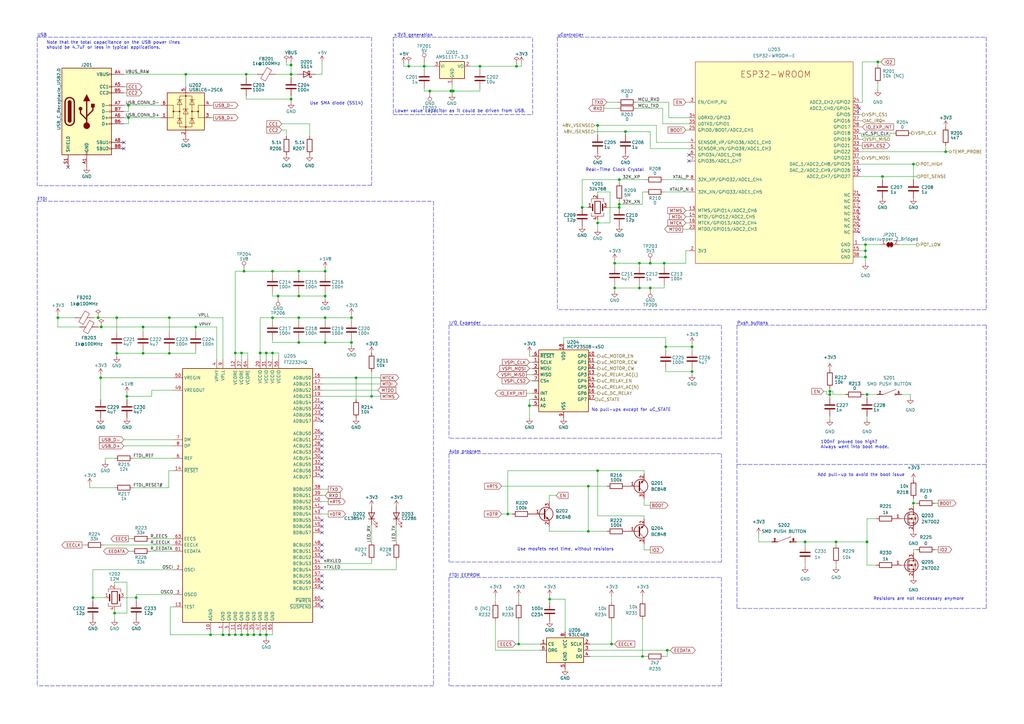
<source format=kicad_sch>
(kicad_sch (version 20211123) (generator eeschema)
  (paper "A3")
  (title_block (title "uController + UART/JTAG over USB") (company "Achim Vandierendonck"))
  (junction (at 52.705 43.18))
  (junction (at 40.259 130.302))
  (junction (at 225.425 245.745))
  (junction (at 101.6 260.35))
  (junction (at 69.469 130.302))
  (junction (at 266.7 107.95))
  (junction (at 238.76 85.09))
  (junction (at 109.22 260.35))
  (junction (at 55.88 245.11))
  (junction (at 47.879 130.302))
  (junction (at 106.68 144.78))
  (junction (at 254 83.82))
  (junction (at 99.06 144.78))
  (junction (at 100.076 111.252))
  (junction (at 252.095 107.95))
  (junction (at 144.145 140.462))
  (junction (at 41.275 154.94))
  (junction (at 354.965 105.41))
  (junction (at 38.1 245.11))
  (junction (at 241.3 199.39))
  (junction (at 69.469 144.907))
  (junction (at 58.674 144.907))
  (junction (at 250.825 264.16))
  (junction (at 245.11 91.44))
  (junction (at 340.36 161.798))
  (junction (at 208.28 210.82))
  (junction (at 212.725 264.16))
  (junction (at 361.95 72.39))
  (junction (at 245.11 51.435))
  (junction (at 176.276 37.338))
  (junction (at 47.879 144.907))
  (junction (at 173.99 27.178))
  (junction (at 374.65 206.375))
  (junction (at 184.912 37.338))
  (junction (at 122.555 111.252))
  (junction (at 273.685 266.7))
  (junction (at 245.11 193.04))
  (junction (at 104.14 260.35))
  (junction (at 106.68 260.35))
  (junction (at 23.749 130.302))
  (junction (at 374.65 67.31))
  (junction (at 52.07 162.56))
  (junction (at 254 73.66))
  (junction (at 387.858 62.23))
  (junction (at 273.05 142.24))
  (junction (at 133.35 121.412))
  (junction (at 262.255 107.95))
  (junction (at 217.17 166.37))
  (junction (at 91.44 260.35))
  (junction (at 122.555 130.302))
  (junction (at 241.3 217.932))
  (junction (at 360.045 25.4))
  (junction (at 185.928 37.338))
  (junction (at 133.35 111.252))
  (junction (at 340.36 160.528))
  (junction (at 133.35 130.302))
  (junction (at 256.54 53.975))
  (junction (at 96.52 260.35))
  (junction (at 146.05 154.94))
  (junction (at 111.76 130.302))
  (junction (at 52.705 48.26))
  (junction (at 46.99 251.46))
  (junction (at 99.06 260.35))
  (junction (at 111.76 111.252))
  (junction (at 109.22 144.78))
  (junction (at 263.525 269.24))
  (junction (at 342.9 222.25))
  (junction (at 330.2 222.25))
  (junction (at 114.046 121.412))
  (junction (at 58.674 134.112))
  (junction (at 252.095 118.11))
  (junction (at 119.38 40.64))
  (junction (at 96.52 144.78))
  (junction (at 119.38 30.48))
  (junction (at 152.4 162.56))
  (junction (at 119.38 26.67))
  (junction (at 283.845 142.24))
  (junction (at 100.965 30.48))
  (junction (at 76.2 30.48))
  (junction (at 122.555 140.462))
  (junction (at 272.415 107.95))
  (junction (at 93.98 260.35))
  (junction (at 122.555 121.412))
  (junction (at 254 85.09))
  (junction (at 283.845 152.4))
  (junction (at 133.35 140.462))
  (junction (at 86.36 260.35))
  (junction (at 262.255 118.11))
  (junction (at 354.965 100.33))
  (junction (at 266.7 118.11))
  (junction (at 196.85 27.178))
  (junction (at 354.965 102.87))
  (junction (at 167.64 27.178))
  (junction (at 80.264 134.112))
  (junction (at 41.529 134.112))
  (junction (at 355.6 222.25))
  (junction (at 211.836 27.178))
  (junction (at 111.76 144.78))
  (junction (at 355.6 161.798))
  (junction (at 144.145 130.302))
  (no_connect (at 352.425 44.45))
  (no_connect (at 282.575 66.04))
  (no_connect (at 282.575 63.5))
  (no_connect (at 132.08 208.28))
  (no_connect (at 132.08 218.44))
  (no_connect (at 132.08 213.36))
  (no_connect (at 132.08 215.9))
  (no_connect (at 132.08 223.52))
  (no_connect (at 132.08 226.06))
  (no_connect (at 132.08 228.6))
  (no_connect (at 132.08 248.92))
  (no_connect (at 132.08 238.76))
  (no_connect (at 132.08 236.22))
  (no_connect (at 132.08 246.38))
  (no_connect (at 132.08 241.3))
  (no_connect (at 50.8 60.96))
  (no_connect (at 50.8 58.42))
  (no_connect (at 352.425 69.85))
  (no_connect (at 132.08 167.64))
  (no_connect (at 132.08 193.04))
  (no_connect (at 132.08 172.72))
  (no_connect (at 132.08 177.8))
  (no_connect (at 132.08 180.34))
  (no_connect (at 132.08 170.18))
  (no_connect (at 132.08 187.96))
  (no_connect (at 132.08 182.88))
  (no_connect (at 132.08 185.42))
  (no_connect (at 132.08 190.5))
  (no_connect (at 132.08 165.1))
  (no_connect (at 132.08 195.58))
  (no_connect (at 27.94 68.58))
  (wire (pts (xy 132.08 157.48) (xy 156.21 157.48)))
  (wire (pts (xy 311.15 222.25) (xy 316.484 222.25)))
  (wire (pts (xy 55.88 243.84) (xy 55.88 245.11)))
  (wire (pts (xy 273.685 266.7) (xy 274.955 266.7)))
  (wire (pts (xy 96.52 260.35) (xy 96.52 259.08)))
  (wire (pts (xy 41.529 134.112) (xy 58.674 134.112)))
  (wire (pts (xy 340.36 160.528) (xy 341.63 160.528)))
  (wire (pts (xy 243.84 51.435) (xy 245.11 51.435)))
  (wire (pts (xy 352.425 52.07) (xy 353.695 52.07)))
  (wire (pts (xy 99.06 144.78) (xy 101.6 144.78)))
  (wire (pts (xy 111.76 111.252) (xy 122.555 111.252)))
  (wire (pts (xy 111.76 130.302) (xy 122.555 130.302)))
  (wire (pts (xy 52.705 43.18) (xy 66.04 43.18)))
  (wire (pts (xy 46.99 200.025) (xy 36.83 200.025)))
  (polyline (pts (xy 161.29 46.99) (xy 218.44 46.99)))
  (wire (pts (xy 360.045 25.4) (xy 360.045 26.67)))
  (wire (pts (xy 196.85 37.338) (xy 196.85 36.068)))
  (wire (pts (xy 245.11 193.04) (xy 264.16 193.04)))
  (wire (pts (xy 245.11 156.21) (xy 243.84 156.21)))
  (wire (pts (xy 47.879 130.302) (xy 47.879 136.017)))
  (wire (pts (xy 133.35 121.412) (xy 133.35 122.682)))
  (wire (pts (xy 272.415 107.95) (xy 281.305 107.95)))
  (wire (pts (xy 217.17 151.13) (xy 218.44 151.13)))
  (wire (pts (xy 146.05 154.94) (xy 146.05 163.83)))
  (wire (pts (xy 132.08 154.94) (xy 146.05 154.94)))
  (wire (pts (xy 241.935 264.16) (xy 250.825 264.16)))
  (wire (pts (xy 86.36 260.35) (xy 86.36 259.08)))
  (wire (pts (xy 55.88 243.84) (xy 71.12 243.84)))
  (wire (pts (xy 69.469 130.302) (xy 91.44 130.302)))
  (wire (pts (xy 23.749 134.112) (xy 32.639 134.112)))
  (wire (pts (xy 117.475 26.67) (xy 119.38 26.67)))
  (wire (pts (xy 38.354 130.302) (xy 40.259 130.302)))
  (wire (pts (xy 272.415 78.74) (xy 282.575 78.74)))
  (wire (pts (xy 111.76 139.192) (xy 111.76 140.462)))
  (wire (pts (xy 40.259 130.302) (xy 47.879 130.302)))
  (wire (pts (xy 52.705 226.06) (xy 53.975 226.06)))
  (wire (pts (xy 52.705 48.26) (xy 52.705 50.8)))
  (wire (pts (xy 91.44 130.302) (xy 91.44 147.32)))
  (wire (pts (xy 374.65 206.375) (xy 374.65 207.645)))
  (wire (pts (xy 173.99 28.448) (xy 173.99 27.178)))
  (wire (pts (xy 260.985 41.91) (xy 274.32 41.91)))
  (wire (pts (xy 264.16 211.582) (xy 245.11 211.582)))
  (wire (pts (xy 262.255 107.95) (xy 252.095 107.95)))
  (wire (pts (xy 273.05 152.4) (xy 273.05 151.13)))
  (wire (pts (xy 52.705 50.8) (xy 50.8 50.8)))
  (wire (pts (xy 132.08 205.74) (xy 134.62 205.74)))
  (wire (pts (xy 106.68 130.302) (xy 106.68 144.78)))
  (wire (pts (xy 144.145 131.572) (xy 144.145 130.302)))
  (wire (pts (xy 352.425 100.33) (xy 354.965 100.33)))
  (polyline (pts (xy 295.91 179.705) (xy 184.15 179.705)))
  (wire (pts (xy 245.11 151.13) (xy 243.84 151.13)))
  (wire (pts (xy 52.705 220.98) (xy 53.975 220.98)))
  (wire (pts (xy 354.965 102.87) (xy 354.965 105.41)))
  (wire (pts (xy 211.836 27.178) (xy 213.868 27.178)))
  (wire (pts (xy 383.54 206.375) (xy 384.81 206.375)))
  (wire (pts (xy 106.68 260.35) (xy 106.68 259.08)))
  (wire (pts (xy 245.11 91.44) (xy 245.11 93.98)))
  (wire (pts (xy 221.615 264.16) (xy 212.725 264.16)))
  (wire (pts (xy 342.9 222.25) (xy 342.9 223.52)))
  (wire (pts (xy 364.998 55.88) (xy 364.998 54.61)))
  (wire (pts (xy 119.38 30.48) (xy 121.92 30.48)))
  (wire (pts (xy 330.2 232.41) (xy 330.2 231.14)))
  (wire (pts (xy 185.42 36.83) (xy 184.912 36.83)))
  (wire (pts (xy 52.705 43.18) (xy 52.705 45.72)))
  (wire (pts (xy 369.824 161.798) (xy 373.38 161.798)))
  (wire (pts (xy 355.6 161.798) (xy 355.6 163.068)))
  (wire (pts (xy 86.36 43.18) (xy 87.63 43.18)))
  (polyline (pts (xy 295.91 281.305) (xy 184.15 281.305)))
  (wire (pts (xy 374.65 225.425) (xy 375.92 225.425)))
  (wire (pts (xy 364.998 54.61) (xy 366.268 54.61)))
  (polyline (pts (xy 295.91 236.855) (xy 295.91 281.305)))
  (wire (pts (xy 133.35 140.462) (xy 144.145 140.462)))
  (wire (pts (xy 69.85 260.35) (xy 86.36 260.35)))
  (wire (pts (xy 165.608 27.178) (xy 167.64 27.178)))
  (wire (pts (xy 250.19 91.44) (xy 245.11 91.44)))
  (wire (pts (xy 254 73.66) (xy 264.795 73.66)))
  (wire (pts (xy 96.52 111.252) (xy 96.52 144.78)))
  (wire (pts (xy 144.145 139.192) (xy 144.145 140.462)))
  (wire (pts (xy 132.08 231.14) (xy 152.4 231.14)))
  (wire (pts (xy 146.05 154.94) (xy 156.21 154.94)))
  (wire (pts (xy 58.674 143.637) (xy 58.674 144.907)))
  (wire (pts (xy 263.525 269.24) (xy 264.795 269.24)))
  (wire (pts (xy 42.545 223.52) (xy 71.12 223.52)))
  (wire (pts (xy 352.425 57.15) (xy 353.695 57.15)))
  (wire (pts (xy 208.28 210.82) (xy 208.28 193.04)))
  (wire (pts (xy 41.275 154.94) (xy 71.12 154.94)))
  (wire (pts (xy 208.28 193.04) (xy 245.11 193.04)))
  (wire (pts (xy 354.965 100.33) (xy 354.965 102.87)))
  (wire (pts (xy 355.6 161.798) (xy 359.664 161.798)))
  (wire (pts (xy 23.749 130.302) (xy 23.749 134.112)))
  (wire (pts (xy 266.7 118.11) (xy 262.255 118.11)))
  (wire (pts (xy 225.425 244.475) (xy 225.425 245.745)))
  (wire (pts (xy 111.76 144.78) (xy 109.22 144.78)))
  (wire (pts (xy 104.14 260.35) (xy 106.68 260.35)))
  (wire (pts (xy 359.41 231.775) (xy 355.6 231.775)))
  (wire (pts (xy 23.749 129.032) (xy 23.749 130.302)))
  (wire (pts (xy 76.2 30.48) (xy 76.2 35.56)))
  (wire (pts (xy 245.11 90.17) (xy 245.11 91.44)))
  (wire (pts (xy 353.314 54.61) (xy 352.425 54.61)))
  (wire (pts (xy 111.76 140.462) (xy 122.555 140.462)))
  (wire (pts (xy 47.879 130.302) (xy 69.469 130.302)))
  (wire (pts (xy 250.825 264.16) (xy 252.095 264.16)))
  (wire (pts (xy 263.525 78.74) (xy 264.795 78.74)))
  (wire (pts (xy 283.845 142.24) (xy 283.845 143.51)))
  (wire (pts (xy 69.215 193.04) (xy 69.215 200.025)))
  (wire (pts (xy 41.275 163.83) (xy 41.275 154.94)))
  (wire (pts (xy 193.04 27.178) (xy 196.85 27.178)))
  (wire (pts (xy 238.76 73.66) (xy 254 73.66)))
  (wire (pts (xy 129.54 30.48) (xy 132.08 30.48)))
  (polyline (pts (xy 161.29 15.24) (xy 218.44 15.24)))
  (wire (pts (xy 52.705 45.72) (xy 50.8 45.72)))
  (polyline (pts (xy 295.91 186.055) (xy 295.91 230.505)))
  (wire (pts (xy 225.298 217.932) (xy 241.3 217.932)))
  (polyline (pts (xy 302.26 133.35) (xy 302.26 249.555)))
  (wire (pts (xy 245.11 148.59) (xy 243.84 148.59)))
  (wire (pts (xy 176.276 37.338) (xy 184.912 37.338)))
  (wire (pts (xy 167.64 27.178) (xy 173.99 27.178)))
  (wire (pts (xy 353.695 41.91) (xy 353.695 25.4)))
  (polyline (pts (xy 184.15 236.855) (xy 184.15 281.305)))
  (wire (pts (xy 340.36 171.958) (xy 340.36 170.688)))
  (wire (pts (xy 50.8 182.88) (xy 71.12 182.88)))
  (wire (pts (xy 96.52 144.78) (xy 99.06 144.78)))
  (wire (pts (xy 36.83 198.755) (xy 36.83 200.025)))
  (wire (pts (xy 58.674 134.112) (xy 58.674 136.017)))
  (wire (pts (xy 122.555 139.192) (xy 122.555 140.462)))
  (wire (pts (xy 152.4 215.392) (xy 152.4 222.25)))
  (wire (pts (xy 133.35 111.252) (xy 122.555 111.252)))
  (wire (pts (xy 245.11 80.01) (xy 245.11 78.74)))
  (wire (pts (xy 132.08 162.56) (xy 152.4 162.56)))
  (wire (pts (xy 262.255 116.84) (xy 262.255 118.11)))
  (wire (pts (xy 340.36 161.798) (xy 340.36 163.068)))
  (wire (pts (xy 127 50.8) (xy 127 55.88)))
  (wire (pts (xy 133.35 139.192) (xy 133.35 140.462)))
  (wire (pts (xy 212.725 264.16) (xy 212.725 254.635)))
  (wire (pts (xy 245.11 158.75) (xy 243.84 158.75)))
  (wire (pts (xy 342.9 231.14) (xy 342.9 232.41)))
  (wire (pts (xy 248.92 41.91) (xy 253.365 41.91)))
  (wire (pts (xy 215.9 161.29) (xy 218.44 161.29)))
  (wire (pts (xy 339.09 161.798) (xy 340.36 161.798)))
  (wire (pts (xy 71.12 160.02) (xy 62.23 160.02)))
  (wire (pts (xy 185.42 37.846) (xy 185.928 37.846)))
  (polyline (pts (xy 184.15 186.055) (xy 295.91 186.055)))
  (wire (pts (xy 111.76 121.412) (xy 114.046 121.412)))
  (wire (pts (xy 330.2 223.52) (xy 330.2 222.25)))
  (wire (pts (xy 354.965 100.33) (xy 361.188 100.33)))
  (wire (pts (xy 173.99 25.908) (xy 173.99 27.178)))
  (wire (pts (xy 86.36 260.35) (xy 91.44 260.35)))
  (wire (pts (xy 217.17 163.83) (xy 217.17 166.37)))
  (wire (pts (xy 281.305 88.9) (xy 282.575 88.9)))
  (wire (pts (xy 241.935 266.7) (xy 273.685 266.7)))
  (wire (pts (xy 341.63 160.528) (xy 341.63 161.798)))
  (wire (pts (xy 354.965 105.41) (xy 352.425 105.41)))
  (wire (pts (xy 96.52 111.252) (xy 100.076 111.252)))
  (wire (pts (xy 100.965 30.48) (xy 100.965 31.75)))
  (wire (pts (xy 50.8 245.11) (xy 55.88 245.11)))
  (wire (pts (xy 273.05 152.4) (xy 283.845 152.4)))
  (wire (pts (xy 122.555 130.302) (xy 122.555 131.572)))
  (wire (pts (xy 152.4 231.14) (xy 152.4 229.87)))
  (wire (pts (xy 218.44 146.05) (xy 217.17 146.05)))
  (polyline (pts (xy 404.495 133.35) (xy 404.495 249.555)))
  (wire (pts (xy 215.9 153.67) (xy 218.44 153.67)))
  (polyline (pts (xy 184.15 236.855) (xy 295.91 236.855)))
  (wire (pts (xy 101.6 260.35) (xy 104.14 260.35)))
  (wire (pts (xy 117.475 53.34) (xy 117.475 55.88)))
  (wire (pts (xy 109.22 260.35) (xy 109.22 259.08)))
  (wire (pts (xy 119.38 40.64) (xy 119.38 39.37)))
  (wire (pts (xy 38.1 245.11) (xy 38.1 246.38)))
  (wire (pts (xy 104.14 260.35) (xy 104.14 259.08)))
  (polyline (pts (xy 177.8 82.55) (xy 177.8 281.305)))
  (wire (pts (xy 353.314 55.88) (xy 364.998 55.88)))
  (wire (pts (xy 52.07 238.76) (xy 52.07 251.46)))
  (wire (pts (xy 281.305 86.36) (xy 282.575 86.36)))
  (wire (pts (xy 58.674 144.907) (xy 69.469 144.907)))
  (wire (pts (xy 54.61 200.025) (xy 69.215 200.025)))
  (wire (pts (xy 374.65 67.31) (xy 374.65 73.66)))
  (wire (pts (xy 252.095 118.11) (xy 252.095 119.38)))
  (wire (pts (xy 132.08 233.68) (xy 162.56 233.68)))
  (wire (pts (xy 273.05 142.24) (xy 273.05 143.51)))
  (wire (pts (xy 132.08 160.02) (xy 154.94 160.02)))
  (wire (pts (xy 61.595 220.98) (xy 71.12 220.98)))
  (wire (pts (xy 340.36 159.258) (xy 340.36 160.528)))
  (wire (pts (xy 61.595 226.06) (xy 71.12 226.06)))
  (wire (pts (xy 250.825 264.16) (xy 250.825 254.635)))
  (wire (pts (xy 50.8 35.56) (xy 52.07 35.56)))
  (wire (pts (xy 274.32 48.26) (xy 282.575 48.26)))
  (wire (pts (xy 119.38 31.75) (xy 119.38 30.48)))
  (wire (pts (xy 132.08 200.66) (xy 134.62 200.66)))
  (wire (pts (xy 272.415 116.84) (xy 272.415 118.11)))
  (wire (pts (xy 352.425 102.87) (xy 354.965 102.87)))
  (wire (pts (xy 231.775 245.745) (xy 231.775 259.08)))
  (wire (pts (xy 245.11 146.05) (xy 243.84 146.05)))
  (wire (pts (xy 38.1 233.68) (xy 71.12 233.68)))
  (wire (pts (xy 266.7 60.96) (xy 282.575 60.96)))
  (wire (pts (xy 43.18 187.96) (xy 43.18 189.23)))
  (wire (pts (xy 281.305 102.87) (xy 282.575 102.87)))
  (wire (pts (xy 40.259 134.112) (xy 41.529 134.112)))
  (wire (pts (xy 106.68 144.78) (xy 109.22 144.78)))
  (wire (pts (xy 46.99 187.96) (xy 43.18 187.96)))
  (polyline (pts (xy 302.26 190.5) (xy 404.495 190.5)))
  (wire (pts (xy 241.3 199.39) (xy 241.3 217.932)))
  (wire (pts (xy 132.08 203.2) (xy 133.35 203.2)))
  (wire (pts (xy 254 83.82) (xy 254 85.09)))
  (wire (pts (xy 185.42 34.798) (xy 185.42 36.83)))
  (polyline (pts (xy 161.29 15.24) (xy 161.29 46.99)))
  (wire (pts (xy 119.38 25.4) (xy 119.38 26.67)))
  (wire (pts (xy 41.529 133.477) (xy 41.529 134.112)))
  (wire (pts (xy 46.99 240.03) (xy 46.99 238.76)))
  (wire (pts (xy 33.655 223.52) (xy 34.925 223.52)))
  (wire (pts (xy 69.85 248.92) (xy 69.85 260.35)))
  (wire (pts (xy 184.912 36.83) (xy 184.912 37.338)))
  (wire (pts (xy 272.415 118.11) (xy 266.7 118.11)))
  (wire (pts (xy 383.54 225.425) (xy 384.81 225.425)))
  (wire (pts (xy 352.425 64.77) (xy 353.695 64.77)))
  (wire (pts (xy 254 74.93) (xy 254 73.66)))
  (wire (pts (xy 339.09 160.528) (xy 339.09 161.798)))
  (wire (pts (xy 50.8 38.1) (xy 52.07 38.1)))
  (wire (pts (xy 54.61 187.96) (xy 71.12 187.96)))
  (wire (pts (xy 352.425 67.31) (xy 374.65 67.31)))
  (wire (pts (xy 245.11 51.435) (xy 245.11 55.245)))
  (wire (pts (xy 47.879 143.637) (xy 47.879 144.907)))
  (wire (pts (xy 254 83.82) (xy 263.525 83.82)))
  (wire (pts (xy 111.76 260.35) (xy 109.22 260.35)))
  (wire (pts (xy 62.23 160.02) (xy 62.23 162.56)))
  (wire (pts (xy 266.7 53.975) (xy 266.7 60.96)))
  (wire (pts (xy 76.2 30.48) (xy 100.965 30.48)))
  (wire (pts (xy 247.65 44.45) (xy 253.365 44.45)))
  (wire (pts (xy 127 50.8) (xy 115.57 50.8)))
  (polyline (pts (xy 184.15 186.055) (xy 184.15 230.505)))
  (wire (pts (xy 132.08 210.82) (xy 134.62 210.82)))
  (wire (pts (xy 122.555 140.462) (xy 133.35 140.462)))
  (wire (pts (xy 264.16 207.264) (xy 266.7 207.264)))
  (wire (pts (xy 212.725 244.475) (xy 212.725 247.015)))
  (wire (pts (xy 311.15 219.075) (xy 311.15 222.25)))
  (wire (pts (xy 326.644 222.25) (xy 330.2 222.25)))
  (wire (pts (xy 96.52 144.78) (xy 96.52 147.32)))
  (wire (pts (xy 241.935 269.24) (xy 263.525 269.24)))
  (wire (pts (xy 281.305 107.95) (xy 281.305 102.87)))
  (wire (pts (xy 80.264 134.112) (xy 88.9 134.112)))
  (wire (pts (xy 274.32 41.91) (xy 274.32 48.26)))
  (wire (pts (xy 111.76 147.32) (xy 111.76 144.78)))
  (wire (pts (xy 352.425 59.69) (xy 353.695 59.69)))
  (wire (pts (xy 184.912 37.338) (xy 185.928 37.338)))
  (wire (pts (xy 217.17 166.37) (xy 217.17 171.45)))
  (wire (pts (xy 262.255 107.95) (xy 266.7 107.95)))
  (wire (pts (xy 217.17 166.37) (xy 218.44 166.37)))
  (wire (pts (xy 100.965 39.37) (xy 100.965 40.64)))
  (wire (pts (xy 245.11 78.74) (xy 250.19 78.74)))
  (wire (pts (xy 264.16 204.47) (xy 264.16 207.264)))
  (polyline (pts (xy 15.24 82.55) (xy 177.8 82.55)))
  (wire (pts (xy 106.68 147.32) (xy 106.68 144.78)))
  (polyline (pts (xy 295.91 133.35) (xy 295.91 179.705)))
  (wire (pts (xy 260.985 44.45) (xy 271.78 44.45)))
  (wire (pts (xy 283.845 152.4) (xy 283.845 151.13)))
  (wire (pts (xy 269.24 51.435) (xy 245.11 51.435)))
  (wire (pts (xy 117.475 25.4) (xy 117.475 26.67)))
  (wire (pts (xy 273.685 269.24) (xy 273.685 266.7)))
  (wire (pts (xy 80.264 134.112) (xy 80.264 136.017)))
  (wire (pts (xy 111.76 130.302) (xy 111.76 131.572)))
  (wire (pts (xy 52.07 251.46) (xy 46.99 251.46)))
  (wire (pts (xy 100.076 111.252) (xy 111.76 111.252)))
  (wire (pts (xy 245.11 193.04) (xy 245.11 211.582)))
  (polyline (pts (xy 15.24 82.55) (xy 15.24 281.305)))
  (wire (pts (xy 71.12 193.04) (xy 69.215 193.04)))
  (wire (pts (xy 211.836 25.908) (xy 211.836 27.178)))
  (wire (pts (xy 387.858 62.23) (xy 387.858 59.69)))
  (wire (pts (xy 50.8 180.34) (xy 71.12 180.34)))
  (wire (pts (xy 218.44 163.83) (xy 217.17 163.83)))
  (wire (pts (xy 203.2 254.635) (xy 203.2 266.7)))
  (wire (pts (xy 165.608 25.908) (xy 165.608 27.178)))
  (wire (pts (xy 111.76 120.142) (xy 111.76 121.412)))
  (wire (pts (xy 99.06 260.35) (xy 99.06 259.08)))
  (wire (pts (xy 50.8 48.26) (xy 52.705 48.26)))
  (wire (pts (xy 245.11 153.67) (xy 243.84 153.67)))
  (wire (pts (xy 111.76 112.522) (xy 111.76 111.252)))
  (wire (pts (xy 69.469 144.907) (xy 69.469 143.637)))
  (wire (pts (xy 262.255 107.95) (xy 262.255 109.22)))
  (wire (pts (xy 269.24 58.42) (xy 282.575 58.42)))
  (wire (pts (xy 353.695 25.4) (xy 360.045 25.4)))
  (wire (pts (xy 132.08 25.4) (xy 132.08 30.48)))
  (polyline (pts (xy 15.24 15.24) (xy 152.4 15.24)))
  (wire (pts (xy 374.65 204.47) (xy 374.65 206.375)))
  (wire (pts (xy 352.425 41.91) (xy 353.695 41.91)))
  (polyline (pts (xy 184.15 133.35) (xy 184.15 179.705)))
  (wire (pts (xy 273.05 142.24) (xy 283.845 142.24)))
  (wire (pts (xy 217.17 148.59) (xy 218.44 148.59)))
  (wire (pts (xy 281.305 41.91) (xy 282.575 41.91)))
  (wire (pts (xy 217.17 156.21) (xy 218.44 156.21)))
  (wire (pts (xy 341.63 161.798) (xy 346.71 161.798)))
  (wire (pts (xy 355.6 212.725) (xy 359.41 212.725)))
  (polyline (pts (xy 152.4 15.24) (xy 152.4 75.946)))
  (polyline (pts (xy 228.6 15.24) (xy 404.495 15.24)))
  (wire (pts (xy 361.95 72.39) (xy 352.425 72.39)))
  (wire (pts (xy 248.92 85.09) (xy 254 85.09)))
  (wire (pts (xy 254 82.55) (xy 254 83.82)))
  (wire (pts (xy 241.3 217.932) (xy 248.92 217.932)))
  (wire (pts (xy 245.11 161.29) (xy 243.84 161.29)))
  (wire (pts (xy 106.68 260.35) (xy 109.22 260.35)))
  (wire (pts (xy 374.65 226.695) (xy 374.65 225.425)))
  (wire (pts (xy 47.879 144.907) (xy 58.674 144.907)))
  (wire (pts (xy 269.24 58.42) (xy 269.24 51.435)))
  (wire (pts (xy 91.44 260.35) (xy 91.44 259.08)))
  (wire (pts (xy 264.16 225.552) (xy 266.7 225.552)))
  (wire (pts (xy 185.928 37.338) (xy 196.85 37.338)))
  (wire (pts (xy 144.145 130.302) (xy 133.35 130.302)))
  (wire (pts (xy 38.1 245.11) (xy 43.18 245.11)))
  (wire (pts (xy 272.415 107.95) (xy 272.415 109.22)))
  (wire (pts (xy 52.07 162.56) (xy 62.23 162.56)))
  (wire (pts (xy 173.99 37.338) (xy 176.276 37.338)))
  (wire (pts (xy 119.38 41.91) (xy 119.38 40.64)))
  (wire (pts (xy 162.56 215.392) (xy 162.56 222.25)))
  (wire (pts (xy 352.425 62.23) (xy 387.858 62.23)))
  (wire (pts (xy 225.298 203.2) (xy 228.092 203.2)))
  (polyline (pts (xy 177.8 281.305) (xy 15.24 281.305)))
  (wire (pts (xy 273.05 138.43) (xy 273.05 142.24)))
  (wire (pts (xy 38.1 233.68) (xy 38.1 245.11)))
  (wire (pts (xy 225.298 215.9) (xy 225.298 217.932)))
  (wire (pts (xy 111.76 144.78) (xy 114.3 144.78)))
  (wire (pts (xy 231.14 138.43) (xy 273.05 138.43)))
  (wire (pts (xy 99.06 260.35) (xy 101.6 260.35)))
  (wire (pts (xy 264.16 223.012) (xy 264.16 225.552)))
  (wire (pts (xy 133.35 120.142) (xy 133.35 121.412)))
  (wire (pts (xy 213.868 25.908) (xy 213.868 27.178)))
  (wire (pts (xy 185.928 37.338) (xy 185.928 37.846)))
  (wire (pts (xy 114.3 144.78) (xy 114.3 147.32)))
  (wire (pts (xy 122.555 111.252) (xy 122.555 112.522)))
  (wire (pts (xy 263.525 244.475) (xy 263.525 246.38)))
  (wire (pts (xy 122.555 120.142) (xy 122.555 121.412)))
  (wire (pts (xy 93.98 260.35) (xy 93.98 259.08)))
  (wire (pts (xy 46.99 250.19) (xy 46.99 251.46)))
  (wire (pts (xy 133.35 112.522) (xy 133.35 111.252)))
  (wire (pts (xy 46.99 238.76) (xy 52.07 238.76)))
  (wire (pts (xy 80.264 143.637) (xy 80.264 144.907)))
  (wire (pts (xy 352.425 46.99) (xy 353.695 46.99)))
  (wire (pts (xy 50.8 30.48) (xy 76.2 30.48)))
  (wire (pts (xy 196.85 27.178) (xy 211.836 27.178)))
  (polyline (pts (xy 218.44 46.99) (xy 218.44 15.24)))
  (wire (pts (xy 52.07 161.29) (xy 52.07 162.56)))
  (wire (pts (xy 205.74 210.82) (xy 208.28 210.82)))
  (wire (pts (xy 281.305 91.44) (xy 282.575 91.44)))
  (wire (pts (xy 353.314 55.88) (xy 353.314 54.61)))
  (wire (pts (xy 109.22 144.78) (xy 109.22 147.32)))
  (wire (pts (xy 203.2 244.475) (xy 203.2 247.015)))
  (wire (pts (xy 111.76 259.08) (xy 111.76 260.35)))
  (wire (pts (xy 231.14 140.97) (xy 231.14 138.43)))
  (wire (pts (xy 152.4 162.56) (xy 156.21 162.56)))
  (polyline (pts (xy 152.4 75.946) (xy 15.24 76.2)))
  (wire (pts (xy 162.56 233.68) (xy 162.56 229.87)))
  (wire (pts (xy 361.95 73.66) (xy 361.95 72.39)))
  (wire (pts (xy 208.28 210.82) (xy 210.058 210.82)))
  (wire (pts (xy 91.44 260.35) (xy 93.98 260.35)))
  (wire (pts (xy 185.42 38.608) (xy 185.42 37.846)))
  (wire (pts (xy 196.85 28.448) (xy 196.85 27.178)))
  (wire (pts (xy 374.65 67.31) (xy 375.92 67.31)))
  (wire (pts (xy 167.64 25.908) (xy 167.64 27.178)))
  (wire (pts (xy 252.095 107.95) (xy 252.095 109.22)))
  (wire (pts (xy 111.76 130.302) (xy 106.68 130.302)))
  (wire (pts (xy 250.19 78.74) (xy 250.19 91.44)))
  (wire (pts (xy 86.36 48.26) (xy 87.63 48.26)))
  (wire (pts (xy 250.825 244.475) (xy 250.825 247.015)))
  (wire (pts (xy 203.2 266.7) (xy 221.615 266.7)))
  (polyline (pts (xy 404.495 249.555) (xy 302.26 249.555)))
  (wire (pts (xy 280.035 93.98) (xy 282.575 93.98)))
  (wire (pts (xy 256.54 53.975) (xy 266.7 53.975)))
  (wire (pts (xy 58.674 134.112) (xy 80.264 134.112)))
  (wire (pts (xy 243.84 53.975) (xy 256.54 53.975)))
  (wire (pts (xy 46.99 251.46) (xy 46.99 254)))
  (wire (pts (xy 342.9 222.25) (xy 355.6 222.25)))
  (wire (pts (xy 355.6 222.25) (xy 355.6 212.725)))
  (wire (pts (xy 238.76 85.09) (xy 241.3 85.09)))
  (wire (pts (xy 368.808 100.33) (xy 375.92 100.33)))
  (wire (pts (xy 352.425 49.53) (xy 353.695 49.53)))
  (wire (pts (xy 340.36 160.528) (xy 340.36 161.798)))
  (wire (pts (xy 47.879 144.907) (xy 47.879 146.177)))
  (wire (pts (xy 122.555 121.412) (xy 133.35 121.412)))
  (wire (pts (xy 52.07 162.56) (xy 52.07 163.83)))
  (wire (pts (xy 69.469 130.302) (xy 69.469 136.017)))
  (wire (pts (xy 152.4 152.4) (xy 152.4 162.56)))
  (wire (pts (xy 88.9 134.112) (xy 88.9 147.32)))
  (wire (pts (xy 30.734 130.302) (xy 23.749 130.302)))
  (wire (pts (xy 272.415 269.24) (xy 273.685 269.24)))
  (wire (pts (xy 272.415 73.66) (xy 282.575 73.66)))
  (wire (pts (xy 283.845 140.97) (xy 283.845 142.24)))
  (wire (pts (xy 355.6 171.958) (xy 355.6 170.688)))
  (wire (pts (xy 109.22 260.35) (xy 109.22 261.62)))
  (wire (pts (xy 71.12 248.92) (xy 69.85 248.92)))
  (wire (pts (xy 217.17 144.78) (xy 217.17 146.05)))
  (wire (pts (xy 263.525 83.82) (xy 263.525 78.74)))
  (wire (pts (xy 281.305 53.34) (xy 282.575 53.34)))
  (wire (pts (xy 100.965 30.48) (xy 105.41 30.48)))
  (wire (pts (xy 40.259 129.667) (xy 40.259 130.302)))
  (wire (pts (xy 252.095 116.84) (xy 252.095 118.11)))
  (polyline (pts (xy 15.24 15.24) (xy 15.24 76.2)))
  (polyline (pts (xy 184.15 133.35) (xy 295.91 133.35)))
  (wire (pts (xy 133.35 130.302) (xy 122.555 130.302)))
  (wire (pts (xy 100.965 40.64) (xy 119.38 40.64)))
  (wire (pts (xy 387.858 62.23) (xy 389.128 62.23)))
  (wire (pts (xy 133.35 130.302) (xy 133.35 131.572)))
  (wire (pts (xy 133.35 109.982) (xy 133.35 111.252)))
  (wire (pts (xy 144.145 140.462) (xy 144.145 141.732)))
  (wire (pts (xy 264.16 194.31) (xy 264.16 193.04)))
  (polyline (pts (xy 404.495 15.24) (xy 404.495 127)))
  (wire (pts (xy 41.275 153.67) (xy 41.275 154.94)))
  (wire (pts (xy 50.8 43.18) (xy 52.705 43.18)))
  (wire (pts (xy 52.705 48.26) (xy 66.04 48.26)))
  (wire (pts (xy 256.54 55.245) (xy 256.54 53.975)))
  (wire (pts (xy 283.845 153.67) (xy 283.845 152.4)))
  (wire (pts (xy 271.78 50.8) (xy 282.575 50.8)))
  (wire (pts (xy 271.78 44.45) (xy 271.78 50.8)))
  (wire (pts (xy 173.99 27.178) (xy 177.8 27.178)))
  (wire (pts (xy 374.65 206.375) (xy 375.92 206.375)))
  (wire (pts (xy 101.6 260.35) (xy 101.6 259.08)))
  (wire (pts (xy 114.046 121.412) (xy 122.555 121.412)))
  (wire (pts (xy 337.82 160.528) (xy 339.09 160.528)))
  (wire (pts (xy 355.6 231.775) (xy 355.6 222.25)))
  (wire (pts (xy 115.57 53.34) (xy 117.475 53.34)))
  (wire (pts (xy 373.38 161.798) (xy 373.38 163.068)))
  (wire (pts (xy 360.045 36.83) (xy 360.045 34.29)))
  (polyline (pts (xy 302.26 133.35) (xy 404.495 133.35)))
  (wire (pts (xy 262.255 118.11) (xy 252.095 118.11)))
  (wire (pts (xy 99.06 144.78) (xy 99.06 147.32)))
  (wire (pts (xy 354.965 107.95) (xy 354.965 105.41)))
  (wire (pts (xy 55.88 245.11) (xy 55.88 246.38)))
  (wire (pts (xy 225.425 245.745) (xy 225.425 247.015)))
  (polyline (pts (xy 404.495 127) (xy 228.6 127)))
  (wire (pts (xy 361.95 72.39) (xy 375.92 72.39)))
  (wire (pts (xy 101.6 144.78) (xy 101.6 147.32)))
  (wire (pts (xy 360.045 25.4) (xy 361.315 25.4)))
  (wire (pts (xy 113.03 30.48) (xy 119.38 30.48)))
  (wire (pts (xy 173.99 37.338) (xy 173.99 36.068)))
  (wire (pts (xy 252.095 106.68) (xy 252.095 107.95)))
  (wire (pts (xy 225.298 205.74) (xy 225.298 203.2)))
  (polyline (pts (xy 228.6 15.24) (xy 228.6 127)))
  (wire (pts (xy 238.76 85.09) (xy 238.76 73.66)))
  (wire (pts (xy 96.52 260.35) (xy 99.06 260.35)))
  (wire (pts (xy 205.74 199.39) (xy 241.3 199.39)))
  (polyline (pts (xy 295.91 230.505) (xy 184.15 230.505)))
  (wire (pts (xy 211.455 264.16) (xy 212.725 264.16)))
  (wire (pts (xy 263.525 254) (xy 263.525 269.24)))
  (wire (pts (xy 241.3 199.39) (xy 248.92 199.39)))
  (wire (pts (xy 330.2 222.25) (xy 342.9 222.25)))
  (wire (pts (xy 225.425 245.745) (xy 231.775 245.745)))
  (wire (pts (xy 266.7 107.95) (xy 272.415 107.95)))
  (wire (pts (xy 93.98 260.35) (xy 96.52 260.35)))
  (wire (pts (xy 80.264 144.907) (xy 69.469 144.907)))
  (wire (pts (xy 264.16 212.852) (xy 264.16 211.582)))
  (wire (pts (xy 119.38 26.67) (xy 119.38 30.48)))
  (wire (pts (xy 144.145 129.032) (xy 144.145 130.302)))
  (wire (pts (xy 354.33 161.798) (xy 355.6 161.798)))
  (text "I/O Expander" (at 184.15 133.35 0) (effects (font (size 1.27 1.27)) (justify left bottom)))
  (text "Push buttons" (at 302.26 133.35 0) (effects (font (size 1.27 1.27)) (justify left bottom)))
  (text "FTDI" (at 15.24 82.55 0) (effects (font (size 1.27 1.27)) (justify left bottom)))
  (text "Note that the total capacitance on the USB power lines\nshould be 4.7uF or less in typical applications." (at 19.05 20.32 0) (effects (font (size 1.27 1.27)) (justify left bottom)))
  (text "No pull-ups except for uC_STATE" (at 242.57 168.91 0) (effects (font (size 1.27 1.27)) (justify left bottom)))
  (text "uController" (at 228.6 15.24 0) (effects (font (size 1.27 1.27)) (justify left bottom)))
  (text "Real-Time Clock Crystal" (at 264.16 70.485 180) (effects (font (size 1.27 1.27)) (justify right bottom)))
  (text "Add pull-up to avoid the boot issue" (at 335.28 195.58 0) (effects (font (size 1.27 1.27)) (justify left bottom)))
  (text "Auto program" (at 184.15 186.055 0) (effects (font (size 1.27 1.27)) (justify left bottom)))
  (text "Use SMA diode (SS14)" (at 127 43.18 0) (effects (font (size 1.27 1.27)) (justify left bottom)))
  (text "Resistors are not neccessary anymore" (at 358.14 246.38 0) (effects (font (size 1.27 1.27)) (justify left bottom)))
  (text "Use mosfets next time, without resistors" (at 212.09 226.06 0) (effects (font (size 1.27 1.27)) (justify left bottom)))
  (text "FTDI EEPROM" (at 184.15 236.855 0) (effects (font (size 1.27 1.27)) (justify left bottom)))
  (text "Lower value capacitor as it could be driven from USB." (at 161.925 46.355 0) (effects (font (size 1.27 1.27)) (justify left bottom)))
  (text "100nF proved too high?\nAlways went into boot mode." (at 336.55 184.15 0) (effects (font (size 1.27 1.27)) (justify left bottom)))
  (text "USB" (at 15.24 15.24 0) (effects (font (size 1.27 1.27)) (justify left bottom)))
  (text "+3V3 generation" (at 161.29 15.24 0) (effects (font (size 1.27 1.27)) (justify left bottom)))
  (label "32K_XP" (at 255.27 73.66 0))
  (label "FTDI_REF" (at 54.61 187.96 0))
  (label "OSCI" (at 71.12 233.68 180))
  (label "R_EEDATA" (at 61.595 226.06 0))
  (label "XTALP_N" (at 282.575 78.74 180))
  (label "VPHY" (at 81.534 134.112 0))
  (label "nRXLED" (at 132.715 231.14 0))
  (label "VBUS_RAW" (at 51.435 30.48 0))
  (label "uC_SPI_CLK" (at 353.568 55.88 0))
  (label "USB_CONN_D-" (at 51.435 43.18 0))
  (label "R_EECS" (at 61.595 220.98 0))
  (label "FTDI_RESET#" (at 54.61 200.025 0))
  (label "XTAL_P" (at 282.575 73.66 180))
  (label "R_EECLK" (at 61.595 223.52 0))
  (label "LED_TX" (at 162.56 215.392 270))
  (label "VPLL" (at 81.28 130.302 0))
  (label "USB_CONN_D+" (at 51.435 48.26 0))
  (label "LED_RX" (at 152.4 215.392 270))
  (label "32K_XN" (at 255.27 83.82 0))
  (label "OSCO" (at 71.12 243.84 180))
  (label "MCU_RXD" (at 261.62 41.91 0))
  (label "MCU_TXD" (at 261.62 44.45 0))
  (label "nTXLED" (at 132.715 233.68 0))
  (global_label "EN" (shape input) (at 228.092 203.2 0) (property "Intersheet References" "${INTERSHEET_REFS}" (effects hide)))
  (global_label "TXD" (shape output) (at 134.62 200.66 0) (property "Intersheet References" "${INTERSHEET_REFS}" (effects hide)))
  (global_label "TXD" (shape input) (at 248.92 41.91 180) (property "Intersheet References" "${INTERSHEET_REFS}" (effects hide)))
  (global_label "EECLK" (shape output) (at 33.655 223.52 180) (property "Intersheet References" "${INTERSHEET_REFS}" (effects hide)))
  (global_label "USB_D+" (shape input) (at 50.8 182.88 180) (property "Intersheet References" "${INTERSHEET_REFS}" (effects hide)))
  (global_label "EEDATA" (shape bidirectional) (at 274.955 266.7 0) (property "Intersheet References" "${INTERSHEET_REFS}" (effects hide)))
  (global_label "VSPI_CS2" (shape output) (at 353.695 59.69 0) (property "Intersheet References" "${INTERSHEET_REFS}" (effects hide)))
  (global_label "EECS" (shape output) (at 52.705 220.98 180) (property "Intersheet References" "${INTERSHEET_REFS}" (effects hide)))
  (global_label "VSPI_MISO" (shape output) (at 215.9 153.67 180) (property "Intersheet References" "${INTERSHEET_REFS}" (effects hide)))
  (global_label "BOOT" (shape output) (at 384.81 206.375 0) (property "Intersheet References" "${INTERSHEET_REFS}" (effects hide)))
  (global_label "MTCK" (shape input) (at 281.305 91.44 180) (property "Intersheet References" "${INTERSHEET_REFS}" (effects hide)))
  (global_label "VSPI_MOSI" (shape input) (at 217.17 151.13 180) (property "Intersheet References" "${INTERSHEET_REFS}" (effects hide)))
  (global_label "BOOT" (shape output) (at 266.7 207.264 0) (property "Intersheet References" "${INTERSHEET_REFS}" (effects hide)))
  (global_label "nRTS" (shape output) (at 134.62 205.74 0) (property "Intersheet References" "${INTERSHEET_REFS}" (effects hide)))
  (global_label "VSPI_CS2" (shape input) (at 217.17 156.21 180) (property "Intersheet References" "${INTERSHEET_REFS}" (effects hide)))
  (global_label "IO2" (shape output) (at 266.7 225.552 0) (property "Intersheet References" "${INTERSHEET_REFS}" (effects hide)))
  (global_label "USB_D+" (shape output) (at 87.63 48.26 0) (property "Intersheet References" "${INTERSHEET_REFS}" (effects hide)))
  (global_label "USB_D-" (shape input) (at 50.8 180.34 180) (property "Intersheet References" "${INTERSHEET_REFS}" (effects hide)))
  (global_label "nDTR" (shape input) (at 205.74 210.82 180) (property "Intersheet References" "${INTERSHEET_REFS}" (effects hide)))
  (global_label "MTDI" (shape output) (at 156.21 157.48 0) (property "Intersheet References" "${INTERSHEET_REFS}" (effects hide)))
  (global_label "IO_EXP_INT" (shape input) (at 353.695 52.07 0) (property "Intersheet References" "${INTERSHEET_REFS}" (effects hide)))
  (global_label "IO2" (shape input) (at 361.315 25.4 0) (property "Intersheet References" "${INTERSHEET_REFS}" (effects hide)))
  (global_label "MTDI" (shape input) (at 281.305 88.9 180) (property "Intersheet References" "${INTERSHEET_REFS}" (effects hide)))
  (global_label "MTDO" (shape output) (at 280.035 93.98 180) (property "Intersheet References" "${INTERSHEET_REFS}" (effects hide)))
  (global_label "IO_EXP_INT" (shape output) (at 215.9 161.29 180) (property "Intersheet References" "${INTERSHEET_REFS}" (effects hide)))
  (global_label "RXD" (shape output) (at 247.65 44.45 180) (property "Intersheet References" "${INTERSHEET_REFS}" (effects hide)))
  (global_label "USB_D-" (shape output) (at 87.63 43.18 0) (property "Intersheet References" "${INTERSHEET_REFS}" (effects hide)))
  (global_label "EECS" (shape input) (at 211.455 264.16 180) (property "Intersheet References" "${INTERSHEET_REFS}" (effects hide)))
  (global_label "RXD" (shape input) (at 133.35 203.2 0) (property "Intersheet References" "${INTERSHEET_REFS}" (effects hide)))
  (global_label "MTCK" (shape output) (at 156.21 154.94 0) (property "Intersheet References" "${INTERSHEET_REFS}" (effects hide)))
  (global_label "MTMS" (shape output) (at 156.21 162.56 0) (property "Intersheet References" "${INTERSHEET_REFS}" (effects hide)))
  (global_label "nDTR" (shape output) (at 134.62 210.82 0) (property "Intersheet References" "${INTERSHEET_REFS}" (effects hide)))
  (global_label "CC2" (shape output) (at 52.07 38.1 0) (property "Intersheet References" "${INTERSHEET_REFS}" (effects hide)))
  (global_label "EN" (shape input) (at 337.82 160.528 180) (property "Intersheet References" "${INTERSHEET_REFS}" (effects hide)))
  (global_label "EECLK" (shape input) (at 252.095 264.16 0) (property "Intersheet References" "${INTERSHEET_REFS}" (effects hide)))
  (global_label "EEDATA" (shape bidirectional) (at 52.705 226.06 180) (property "Intersheet References" "${INTERSHEET_REFS}" (effects hide)))
  (global_label "CC1" (shape output) (at 52.07 35.56 0) (property "Intersheet References" "${INTERSHEET_REFS}" (effects hide)))
  (global_label "CC1" (shape input) (at 115.57 50.8 180) (property "Intersheet References" "${INTERSHEET_REFS}" (effects hide)))
  (global_label "nRTS" (shape input) (at 205.74 199.39 180) (property "Intersheet References" "${INTERSHEET_REFS}" (effects hide)))
  (global_label "BOOT" (shape input) (at 281.305 53.34 180) (property "Intersheet References" "${INTERSHEET_REFS}" (effects hide)))
  (global_label "EN" (shape input) (at 281.305 41.91 180) (property "Intersheet References" "${INTERSHEET_REFS}" (effects hide)))
  (global_label "MTMS" (shape input) (at 281.305 86.36 180) (property "Intersheet References" "${INTERSHEET_REFS}" (effects hide)))
  (global_label "MTDO" (shape input) (at 154.94 160.02 0) (property "Intersheet References" "${INTERSHEET_REFS}" (effects hide)))
  (global_label "CC2" (shape input) (at 115.57 53.34 180) (property "Intersheet References" "${INTERSHEET_REFS}" (effects hide)))
  (global_label "VSPI_CLK" (shape input) (at 217.17 148.59 180) (property "Intersheet References" "${INTERSHEET_REFS}" (effects hide)))
  (global_label "IO2" (shape output) (at 384.81 225.425 0) (property "Intersheet References" "${INTERSHEET_REFS}" (effects hide)))
  (hierarchical_label "VSPI_MISO" (shape input) (at 353.695 57.15 0))
  (hierarchical_label "uC_MOTOR_CW" (shape output) (at 245.11 151.13 0))
  (hierarchical_label "uC_STATE" (shape input) (at 243.84 163.83 0))
  (hierarchical_label "VSPI_MOSI" (shape output) (at 353.695 64.77 0))
  (hierarchical_label "48V_VSENSE" (shape input) (at 243.84 51.435 180))
  (hierarchical_label "uC_RELAY_AC(L)" (shape output) (at 245.11 153.67 0))
  (hierarchical_label "uC_RELAY_EN" (shape output) (at 245.11 156.21 0))
  (hierarchical_label "TEMP_PROBE" (shape bidirectional) (at 389.128 62.23 0))
  (hierarchical_label "48V_ISENSE" (shape input) (at 243.84 53.975 180))
  (hierarchical_label "uC_MOTOR_CCW" (shape output) (at 245.11 148.59 0))
  (hierarchical_label "POT_LOW" (shape output) (at 375.92 100.33 0))
  (hierarchical_label "POT_SENSE" (shape input) (at 375.92 72.39 0))
  (hierarchical_label "uC_DC_RELAY" (shape output) (at 245.11 161.29 0))
  (hierarchical_label "POT_HIGH" (shape output) (at 375.92 67.31 0))
  (hierarchical_label "uC_RELAY_AC(N)" (shape output) (at 245.11 158.75 0))
  (hierarchical_label "AC_IRQn" (shape input) (at 353.695 49.53 0))
  (hierarchical_label "VSPI_CS1" (shape output) (at 353.695 46.99 0))
  (hierarchical_label "VSPI_CLK" (shape output) (at 373.888 54.61 0))
  (hierarchical_label "uC_MOTOR_EN" (shape output) (at 245.11 146.05 0))
  (symbol (lib_id "Device:R") (at 50.8 187.96 90) (unit 1)
    (property "Reference" "R215" (at 50.8 190.5 90))
    (property "Value" "12k" (at 50.8 192.405 90))
    (property "Footprint" "Resistor_SMD:R_0402_1005Metric" (effects hide))
  )
  (symbol (lib_id "Device:R") (at 146.05 167.64 180) (unit 1)
    (property "Reference" "R214" (at 147.955 167.005 0) (effects (justify right)))
    (property "Value" "10k" (at 147.955 168.91 0) (effects (justify right)))
    (property "Footprint" "Resistor_SMD:R_0402_1005Metric" (effects hide))
  )
  (symbol (lib_id "Device:C") (at 330.2 227.33 0) (unit 1)
    (property "Reference" "C231" (at 334.01 226.0599 0) (effects (justify left)))
    (property "Value" "1n" (at 334.01 228.5999 0) (effects (justify left)))
    (property "Footprint" "Capacitor_SMD:C_0402_1005Metric" (effects hide))
  )
  (symbol (lib_id "power:GND") (at 185.42 38.608 0) (unit 1)
    (property "Reference" "#PWR0206" (effects hide))
    (property "Value" "GND" (at 185.293 42.418 0))
  )
  (symbol (lib_id "Device:C") (at 245.11 59.055 0) (unit 1)
    (property "Reference" "C205" (at 247.65 58.42 0) (effects (justify left)))
    (property "Value" "1u" (at 247.65 60.3249 0) (effects (justify left)))
    (property "Footprint" "Capacitor_SMD:C_0402_1005Metric" (effects hide))
  )
  (symbol (lib_id "power:GND") (at 330.2 232.41 0) (unit 1)
    (property "Reference" "#PWR0251" (effects hide))
    (property "Value" "GND" (at 330.2 237.49 0))
  )
  (symbol (lib_id "power:GND") (at 231.775 274.32 0) (unit 1)
    (property "Reference" "#PWR0264" (effects hide))
    (property "Value" "GND" (at 231.775 278.13 0))
  )
  (symbol (lib_id "Connector:TestPoint") (at 173.99 25.908 0) (unit 1)
    (property "Reference" "TP201" (at 173.99 18.923 0))
    (property "Value" "5V" (at 173.99 20.828 0))
    (property "Footprint" "TestPoint:TestPoint_Pad_D2.0mm" (effects hide))
  )
  (symbol (lib_id "Device:R") (at 254 78.74 180) (unit 1)
    (property "Reference" "R209" (at 255.905 78.105 0) (effects (justify right)))
    (property "Value" "5M" (at 255.905 80.0099 0) (effects (justify right)))
    (property "Footprint" "Resistor_SMD:R_0402_1005Metric" (effects hide))
  )
  (symbol (lib_id "power:+3V3") (at 144.145 129.032 0) (unit 1)
    (property "Reference" "#PWR0226" (effects hide))
    (property "Value" "+3V3" (at 144.145 125.222 0))
  )
  (symbol (lib_id "Device:R") (at 213.868 210.82 90) (unit 1)
    (property "Reference" "R220" (at 213.995 206.248 90))
    (property "Value" "100k" (at 213.868 208.28 90))
    (property "Footprint" "Resistor_SMD:R_0402_1005Metric" (effects hide))
  )
  (symbol (lib_id "Device:R") (at 379.73 206.375 270) (unit 1)
    (property "Reference" "R219" (at 379.73 201.295 90))
    (property "Value" "0" (at 379.73 203.835 90))
    (property "Footprint" "Resistor_SMD:R_0402_1005Metric" (effects hide))
  )
  (symbol (lib_id "Device:C") (at 374.65 77.47 0) (unit 1)
    (property "Reference" "C208" (at 377.825 76.835 0) (effects (justify left)))
    (property "Value" "1u" (at 377.825 78.7399 0) (effects (justify left)))
    (property "Footprint" "Capacitor_SMD:C_0402_1005Metric" (effects hide))
  )
  (symbol (lib_id "power:+5V") (at 165.608 25.908 0) (unit 1)
    (property "Reference" "#PWR0203" (effects hide))
    (property "Value" "+5V" (at 165.608 22.098 0))
  )
  (symbol (lib_id "Device:R") (at 252.73 199.39 90) (unit 1)
    (property "Reference" "R216" (at 252.73 194.945 90))
    (property "Value" "100k" (at 252.73 196.85 90))
    (property "Footprint" "Resistor_SMD:R_0402_1005Metric" (effects hide))
  )
  (symbol (lib_id "power:PWR_FLAG") (at 167.64 25.908 0) (unit 1)
    (property "Reference" "#FLG0202" (effects hide))
    (property "Value" "PWR_FLAG" (effects hide))
  )
  (symbol (lib_id "power:GND") (at 76.2 55.88 0) (unit 1)
    (property "Reference" "#PWR0209" (effects hide))
    (property "Value" "GND" (at 76.2 59.69 0))
  )
  (symbol (lib_id "power:GND") (at 340.36 171.958 0) (unit 1)
    (property "Reference" "#PWR0242" (effects hide))
    (property "Value" "GND" (at 340.36 177.038 0))
  )
  (symbol (lib_id "Device:C") (at 38.1 250.19 0) (mirror x) (unit 1)
    (property "Reference" "C232" (at 34.925 249.5551 0) (effects (justify right)))
    (property "Value" "12p" (at 34.925 251.46 0) (effects (justify right)))
    (property "Footprint" "Capacitor_SMD:C_0402_1005Metric" (effects hide))
  )
  (symbol (lib_id "power:+3V3") (at 263.525 244.475 0) (unit 1)
    (property "Reference" "#PWR0258" (effects hide))
    (property "Value" "+3V3" (at 263.525 240.665 0))
  )
  (symbol (lib_id "Device:C") (at 55.88 250.19 0) (unit 1)
    (property "Reference" "C233" (at 59.055 249.5551 0) (effects (justify left)))
    (property "Value" "12p" (at 59.055 251.46 0) (effects (justify left)))
    (property "Footprint" "Capacitor_SMD:C_0402_1005Metric" (effects hide))
  )
  (symbol (lib_id "Device:R") (at 363.22 212.725 270) (unit 1)
    (property "Reference" "R221" (at 363.22 207.645 90))
    (property "Value" "1k" (at 363.22 210.185 90))
    (property "Footprint" "Resistor_SMD:R_0402_1005Metric" (effects hide))
  )
  (symbol (lib_id "power:GND") (at 254 92.71 0) (unit 1)
    (property "Reference" "#PWR0218" (effects hide))
    (property "Value" "GND" (at 254 96.52 0))
  )
  (symbol (lib_id "Device:C") (at 225.425 250.825 180) (unit 1)
    (property "Reference" "C234" (at 222.885 252.095 0) (effects (justify left)))
    (property "Value" "100n" (at 222.885 249.555 0) (effects (justify left)))
    (property "Footprint" "Capacitor_SMD:C_0402_1005Metric" (effects hide))
  )
  (symbol (lib_id "power:GND") (at 342.9 232.41 0) (unit 1)
    (property "Reference" "#PWR0252" (effects hide))
    (property "Value" "GND" (at 342.9 236.855 0))
  )
  (symbol (lib_id "Device:LED") (at 162.56 211.582 90) (unit 1)
    (property "Reference" "D203" (at 164.592 210.82 90) (effects (justify right)))
    (property "Value" "C2286" (at 164.592 212.598 90) (effects (justify right)))
    (property "Footprint" "LED_SMD:LED_0603_1608Metric" (effects hide))
  )
  (symbol (lib_id "power:GND") (at 119.38 41.91 0) (unit 1)
    (property "Reference" "#PWR0207" (effects hide))
    (property "Value" "GND" (at 119.38 45.72 0))
  )
  (symbol (lib_id "Device:R") (at 250.825 250.825 0) (mirror x) (unit 1)
    (property "Reference" "R234" (at 248.92 252.0949 0) (effects (justify right)))
    (property "Value" "10k" (at 248.92 249.555 0) (effects (justify right)))
    (property "Footprint" "Resistor_SMD:R_0402_1005Metric" (effects hide))
  )
  (symbol (lib_id "power:GND") (at 245.11 93.98 0) (unit 1)
    (property "Reference" "#PWR0219" (effects hide))
    (property "Value" "GND" (at 245.11 97.79 0))
  )
  (symbol (lib_id "power:+1V8") (at 133.35 109.982 0) (unit 1)
    (property "Reference" "#PWR0222" (effects hide))
    (property "Value" "+1V8" (at 133.35 106.172 0))
  )
  (symbol (lib_id "Connector:TestPoint") (at 100.076 111.252 0) (unit 1)
    (property "Reference" "TP204" (at 100.076 104.267 0))
    (property "Value" "1V8" (at 100.076 106.172 0))
    (property "Footprint" "TestPoint:TestPoint_Pad_D2.0mm" (effects hide))
  )
  (symbol (lib_id "power:GND") (at 117.475 63.5 0) (unit 1)
    (property "Reference" "#PWR0212" (effects hide))
    (property "Value" "GND" (at 117.475 67.945 0))
  )
  (symbol (lib_id "power:+3V3") (at 225.425 244.475 0) (unit 1)
    (property "Reference" "#PWR0256" (effects hide))
    (property "Value" "+3V3" (at 225.425 240.665 0))
  )
  (symbol (lib_id "Device:C") (at 173.99 32.258 0) (mirror y) (unit 1)
    (property "Reference" "C201" (at 171.45 31.623 0) (effects (justify left)))
    (property "Value" "1u" (at 171.45 33.528 0) (effects (justify left)))
    (property "Footprint" "Capacitor_SMD:C_0402_1005Metric" (effects hide))
  )
  (symbol (lib_id "power:+3V3") (at 212.725 244.475 0) (unit 1)
    (property "Reference" "#PWR0255" (effects hide))
    (property "Value" "+3V3" (at 212.725 240.665 0))
  )
  (symbol (lib_id "Device:FerriteBead") (at 36.449 134.112 90) (unit 1)
    (property "Reference" "FB203" (at 36.449 138.557 90))
    (property "Value" "1k@100MHz" (at 36.449 141.097 90))
    (property "Footprint" "Inductor_SMD:L_0402_1005Metric" (effects hide))
  )
  (symbol (lib_id "power:GND") (at 127 63.5 0) (unit 1)
    (property "Reference" "#PWR0213" (effects hide))
    (property "Value" "GND" (at 127 67.945 0))
  )
  (symbol (lib_id "Device:FerriteBead") (at 34.544 130.302 90) (unit 1)
    (property "Reference" "FB202" (at 34.4932 122.047 90))
    (property "Value" "1k@100MHz" (at 34.4932 124.587 90))
    (property "Footprint" "Inductor_SMD:L_0402_1005Metric" (effects hide))
  )
  (symbol (lib_id "power:GND") (at 109.22 261.62 0) (unit 1)
    (property "Reference" "#PWR0263" (effects hide))
    (property "Value" "GND" (at 109.22 265.43 0))
  )
  (symbol (lib_id "Device:C") (at 256.54 59.055 0) (unit 1)
    (property "Reference" "C206" (at 259.08 58.42 0) (effects (justify left)))
    (property "Value" "1u" (at 259.08 60.3249 0) (effects (justify left)))
    (property "Footprint" "Capacitor_SMD:C_0402_1005Metric" (effects hide))
  )
  (symbol (lib_id "Device:R") (at 379.73 225.425 270) (unit 1)
    (property "Reference" "R225" (at 379.73 220.345 90))
    (property "Value" "0" (at 379.73 222.885 90))
    (property "Footprint" "Resistor_SMD:R_0402_1005Metric" (effects hide))
  )
  (symbol (lib_id "Device:R") (at 268.605 78.74 270) (mirror x) (unit 1)
    (property "Reference" "R210" (at 268.605 81.28 90))
    (property "Value" "0" (at 268.605 83.185 90))
    (property "Footprint" "Resistor_SMD:R_0402_1005Metric" (effects hide))
  )
  (symbol (lib_id "Device:R") (at 363.22 231.775 270) (unit 1)
    (property "Reference" "R230" (at 363.22 226.695 90))
    (property "Value" "1k" (at 363.22 229.235 90))
    (property "Footprint" "Resistor_SMD:R_0402_1005Metric" (effects hide))
  )
  (symbol (lib_id "Device:R") (at 268.605 269.24 270) (mirror x) (unit 1)
    (property "Reference" "R235" (at 268.605 274.32 90))
    (property "Value" "2k2" (at 268.605 271.78 90))
    (property "Footprint" "Resistor_SMD:R_0402_1005Metric" (effects hide))
  )
  (symbol (lib_id "Device:R") (at 203.2 250.825 0) (mirror x) (unit 1)
    (property "Reference" "R232" (at 201.295 252.0949 0) (effects (justify right)))
    (property "Value" "0 (NC)" (at 201.295 249.555 0) (effects (justify right)))
    (property "Footprint" "Resistor_SMD:R_0402_1005Metric" (effects hide))
  )
  (symbol (lib_id "power:+3V3") (at 387.858 52.07 0) (unit 1)
    (property "Reference" "#PWR0208" (effects hide))
    (property "Value" "+3V3" (at 387.858 48.26 0))
  )
  (symbol (lib_id "Device:C") (at 111.76 116.332 0) (unit 1)
    (property "Reference" "C214" (at 114.3 115.697 0) (effects (justify left)))
    (property "Value" "100n" (at 114.3 117.602 0) (effects (justify left)))
    (property "Footprint" "Capacitor_SMD:C_0402_1005Metric" (effects hide))
  )
  (symbol (lib_id "Device:C") (at 52.07 167.64 0) (unit 1)
    (property "Reference" "C230" (at 54.61 167.005 0) (effects (justify left)))
    (property "Value" "4u7" (at 54.61 168.91 0) (effects (justify left)))
    (property "Footprint" "Capacitor_SMD:C_0402_1005Metric" (effects hide))
  )
  (symbol (lib_id "power:+3V3") (at 41.275 153.67 0) (unit 1)
    (property "Reference" "#PWR0233" (effects hide))
    (property "Value" "+3V3" (at 41.275 149.86 0))
  )
  (symbol (lib_id "power:GND") (at 35.56 68.58 0) (unit 1)
    (property "Reference" "#PWR0214" (effects hide))
    (property "Value" "GND" (at 35.56 72.39 0))
  )
  (symbol (lib_id "power:PWR_FLAG") (at 40.259 129.667 0) (unit 1)
    (property "Reference" "#FLG0204" (effects hide))
    (property "Value" "PWR_FLAG" (effects hide))
  )
  (symbol (lib_id "Device:C") (at 100.965 35.56 0) (unit 1)
    (property "Reference" "C203" (at 103.505 34.925 0) (effects (justify left)))
    (property "Value" "100n" (at 103.505 36.8299 0) (effects (justify left)))
    (property "Footprint" "Capacitor_SMD:C_0402_1005Metric" (effects hide))
  )
  (symbol (lib_id "Device:C") (at 254 88.9 0) (unit 1)
    (property "Reference" "C210" (at 256.54 88.265 0) (effects (justify left)))
    (property "Value" "12p" (at 256.54 90.1699 0) (effects (justify left)))
    (property "Footprint" "Capacitor_SMD:C_0402_1005Metric" (effects hide))
  )
  (symbol (lib_id "lumos:MCP23S08-xSO") (at 231.14 156.21 0) (unit 1)
    (property "Reference" "U204" (at 232.41 140.335 0) (effects (justify left)))
    (property "Value" "MCP23S08-xSO" (at 232.41 142.24 0) (effects (justify left)))
    (property "Footprint" "Package_SO:SOIC-18W_7.5x11.6mm_P1.27mm" (effects hide))
    (property "Datasheet" "http://ww1.microchip.com/downloads/en/DeviceDoc/MCP23008-MCP23S08-Data-Sheet-20001919F.pdf" (effects hide))
  )
  (symbol (lib_id "power:+3V3") (at 162.56 207.772 0) (unit 1)
    (property "Reference" "#PWR0248" (effects hide))
    (property "Value" "+3V3" (at 162.56 203.962 0))
  )
  (symbol (lib_id "Connector:TestPoint") (at 114.046 121.412 180) (unit 1)
    (property "Reference" "TP206" (at 114.046 128.397 0))
    (property "Value" "GND" (at 114.046 126.492 0))
    (property "Footprint" "TestPoint:TestPoint_Pad_D2.0mm" (effects hide))
  )
  (symbol (lib_id "power:GND") (at 374.65 236.855 0) (unit 1)
    (property "Reference" "#PWR0253" (effects hide))
    (property "Value" "GND" (at 374.65 241.935 0))
  )
  (symbol (lib_id "Connector:TestPoint") (at 266.7 107.95 0) (unit 1)
    (property "Reference" "TP203" (at 266.7 100.965 0))
    (property "Value" "3V3" (at 266.7 102.87 0))
    (property "Footprint" "TestPoint:TestPoint_Pad_D2.0mm" (effects hide))
  )
  (symbol (lib_id "Device:R") (at 350.52 161.798 270) (unit 1)
    (property "Reference" "R213" (at 350.52 157.353 90))
    (property "Value" "0" (at 350.52 159.258 90))
    (property "Footprint" "Resistor_SMD:R_0402_1005Metric" (effects hide))
  )
  (symbol (lib_id "Device:C") (at 262.255 113.03 0) (unit 1)
    (property "Reference" "C212" (at 264.795 112.395 0) (effects (justify left)))
    (property "Value" "1u" (at 264.795 114.3 0) (effects (justify left)))
    (property "Footprint" "Capacitor_SMD:C_0402_1005Metric" (effects hide))
  )
  (symbol (lib_id "lumos:SMD PUSH BUTTON") (at 321.564 222.25 0) (unit 1)
    (property "Reference" "S202" (at 321.564 215.392 0))
    (property "Value" "SMD PUSH BUTTON" (at 321.564 217.932 0))
    (property "Footprint" "lumos:SW_2-1437565-9" (effects hide))
    (property "PARTREV" "V" (effects hide))
    (property "MANUFACTURER" "TE" (effects hide))
    (property "MAXIMUM_PACKAGE_HEIGHT" "5.25mm" (effects hide))
    (property "STANDARD" "Manufacturer Recommendations" (effects hide))
  )
  (symbol (lib_id "power:+3V3") (at 213.868 25.908 0) (unit 1)
    (property "Reference" "#PWR0204" (effects hide))
    (property "Value" "+3V3" (at 213.868 22.098 0))
  )
  (symbol (lib_id "Device:C") (at 122.555 135.382 0) (unit 1)
    (property "Reference" "C218" (at 125.095 134.747 0) (effects (justify left)))
    (property "Value" "100n" (at 125.095 136.652 0) (effects (justify left)))
    (property "Footprint" "Capacitor_SMD:C_0402_1005Metric" (effects hide))
  )
  (symbol (lib_id "Device:R") (at 257.175 44.45 90) (unit 1)
    (property "Reference" "R203" (at 257.175 46.99 90))
    (property "Value" "0" (at 257.175 48.895 90))
    (property "Footprint" "Resistor_SMD:R_0402_1005Metric" (effects hide))
  )
  (symbol (lib_id "Device:R") (at 257.175 41.91 270) (unit 1)
    (property "Reference" "R202" (at 257.175 37.465 90))
    (property "Value" "0" (at 257.175 39.37 90))
    (property "Footprint" "Resistor_SMD:R_0402_1005Metric" (effects hide))
  )
  (symbol (lib_id "Device:Crystal_GND24") (at 46.99 245.11 0) (unit 1)
    (property "Reference" "Y202" (at 46.99 235.458 0))
    (property "Value" "12M" (at 46.99 237.49 0))
    (property "Footprint" "lumos:Crystal_SMD_5032-4Pin_5.0x3.2mm" (effects hide))
    (property "JLCPCB Part" "C390438" (effects hide))
  )
  (symbol (lib_id "power:GND") (at 374.65 217.805 0) (unit 1)
    (property "Reference" "#PWR0249" (effects hide))
    (property "Value" "GND" (at 374.65 222.885 0))
  )
  (symbol (lib_id "power:VBUS") (at 119.38 25.4 0) (unit 1)
    (property "Reference" "#PWR0201" (effects hide))
    (property "Value" "VBUS" (at 119.38 21.59 0))
  )
  (symbol (lib_id "Espressif:ESP32-WROOM-E") (at 316.865 67.31 0) (unit 1)
    (property "Reference" "U203" (at 317.5 20.32 0))
    (property "Value" "ESP32-WROOM-E" (at 317.5 22.86 0))
    (property "Footprint" "lumos:ESP32-WROOM-32E" (effects hide))
    (property "Datasheet" "https://www.espressif.com/sites/default/files/documentation/esp32-wroom-32e_esp32-wroom-32ue_datasheet_en.pdf" (effects hide))
    (property "JLCPCB Part" "C701341" (effects hide))
  )
  (symbol (lib_id "Device:C") (at 283.845 147.32 0) (unit 1)
    (property "Reference" "C226" (at 286.385 146.685 0) (effects (justify left)))
    (property "Value" "4u7" (at 286.385 148.5899 0) (effects (justify left)))
    (property "Footprint" "Capacitor_SMD:C_0402_1005Metric" (effects hide))
  )
  (symbol (lib_id "Device:R") (at 387.858 55.88 180) (unit 1)
    (property "Reference" "R205" (at 389.763 54.61 0) (effects (justify right)))
    (property "Value" "4k7" (at 389.763 56.5151 0) (effects (justify right)))
    (property "Footprint" "Resistor_SMD:R_0402_1005Metric" (effects hide))
  )
  (symbol (lib_id "Power_Protection:USBLC6-2SC6") (at 76.2 45.72 0) (unit 1)
    (property "Reference" "U202" (at 77.47 34.925 0) (effects (justify left)))
    (property "Value" "USBLC6-2SC6" (at 77.47 36.83 0) (effects (justify left)))
    (property "Footprint" "Package_TO_SOT_SMD:SOT-23-6" (effects hide))
    (property "Datasheet" "https://www.st.com/resource/en/datasheet/usblc6-2.pdf" (effects hide))
    (property "JLCPCB Part" "C7519" (effects hide))
  )
  (symbol (lib_id "power:GND") (at 47.879 146.177 0) (unit 1)
    (property "Reference" "#PWR0231" (effects hide))
    (property "Value" "GND" (at 47.879 149.987 0))
  )
  (symbol (lib_id "power:PWR_FLAG") (at 211.836 25.908 0) (unit 1)
    (property "Reference" "#FLG0203" (effects hide))
    (property "Value" "PWR_FLAG" (effects hide))
  )
  (symbol (lib_id "Device:C") (at 355.6 166.878 0) (unit 1)
    (property "Reference" "C228" (at 358.14 166.243 0) (effects (justify left)))
    (property "Value" "1n" (at 358.14 168.1479 0) (effects (justify left)))
    (property "Footprint" "Capacitor_SMD:C_0402_1005Metric" (effects hide))
  )
  (symbol (lib_id "power:GND") (at 361.95 81.28 0) (unit 1)
    (property "Reference" "#PWR0215" (effects hide))
    (property "Value" "GND" (at 361.95 85.09 0))
  )
  (symbol (lib_id "Device:R") (at 360.045 30.48 180) (unit 1)
    (property "Reference" "R201" (at 361.95 29.21 0) (effects (justify right)))
    (property "Value" "10k (NC)" (at 361.95 31.1151 0) (effects (justify right)))
    (property "Footprint" "Resistor_SMD:R_0402_1005Metric" (effects hide))
  )
  (symbol (lib_id "Device:C") (at 361.95 77.47 0) (unit 1)
    (property "Reference" "C207" (at 365.125 76.835 0) (effects (justify left)))
    (property "Value" "1u" (at 365.125 78.7399 0) (effects (justify left)))
    (property "Footprint" "Capacitor_SMD:C_0402_1005Metric" (effects hide))
  )
  (symbol (lib_id "power:GND") (at 252.095 119.38 0) (unit 1)
    (property "Reference" "#PWR0223" (effects hide))
    (property "Value" "GND" (at 252.095 123.19 0))
  )
  (symbol (lib_id "power:GND") (at 360.045 36.83 0) (unit 1)
    (property "Reference" "#PWR0205" (effects hide))
    (property "Value" "GND" (at 360.045 41.91 0))
  )
  (symbol (lib_id "Device:C") (at 58.674 139.827 0) (unit 1)
    (property "Reference" "C222" (at 61.214 139.192 0) (effects (justify left)))
    (property "Value" "4u7" (at 61.214 141.097 0) (effects (justify left)))
    (property "Footprint" "Capacitor_SMD:C_0402_1005Metric" (effects hide))
  )
  (symbol (lib_id "Device:C") (at 119.38 35.56 0) (unit 1)
    (property "Reference" "C204" (at 121.92 34.925 0) (effects (justify left)))
    (property "Value" "100n" (at 121.92 36.8299 0) (effects (justify left)))
    (property "Footprint" "Capacitor_SMD:C_0402_1005Metric" (effects hide))
  )
  (symbol (lib_id "power:GND") (at 355.6 171.958 0) (unit 1)
    (property "Reference" "#PWR0243" (effects hide))
    (property "Value" "GND" (at 355.6 177.038 0))
  )
  (symbol (lib_id "Memory_EEPROM:93LCxxC") (at 231.775 266.7 0) (unit 1)
    (property "Reference" "U206" (at 233.045 258.445 0) (effects (justify left)))
    (property "Value" "93LC46B" (at 233.045 260.35 0) (effects (justify left)))
    (property "Footprint" "Package_SO:SOIC-8_3.9x4.9mm_P1.27mm" (effects hide))
    (property "Datasheet" "http://ww1.microchip.com/downloads/en/DeviceDoc/20001749K.pdf" (effects hide))
    (property "JLCPCB Part" "C16253" (effects hide))
  )
  (symbol (lib_id "Device:Q_NMOS_GSD") (at 372.11 231.775 0) (unit 1)
    (property "Reference" "Q205" (at 377.825 230.5049 0) (effects (justify left)))
    (property "Value" "2N7002" (at 377.825 233.0449 0) (effects (justify left)))
    (property "Footprint" "Package_TO_SOT_SMD:SOT-23" (effects hide))
  )
  (symbol (lib_id "Device:R") (at 340.36 155.448 180) (unit 1)
    (property "Reference" "R212" (at 342.265 154.813 0) (effects (justify right)))
    (property "Value" "10k" (at 342.265 156.7179 0) (effects (justify right)))
    (property "Footprint" "Resistor_SMD:R_0402_1005Metric" (effects hide))
  )
  (symbol (lib_id "power:GND") (at 144.145 141.732 0) (unit 1)
    (property "Reference" "#PWR0228" (effects hide))
    (property "Value" "GND" (at 144.145 145.542 0))
  )
  (symbol (lib_id "Device:C") (at 41.275 167.64 0) (unit 1)
    (property "Reference" "C229" (at 43.815 167.005 0) (effects (justify left)))
    (property "Value" "4u7" (at 43.815 168.91 0) (effects (justify left)))
    (property "Footprint" "Capacitor_SMD:C_0402_1005Metric" (effects hide))
  )
  (symbol (lib_id "Regulator_Linear:AMS1117-3.3") (at 185.42 27.178 0) (unit 1)
    (property "Reference" "U201" (at 185.42 21.463 0))
    (property "Value" "AMS1117-3.3" (at 185.42 23.368 0))
    (property "Footprint" "Package_TO_SOT_SMD:SOT-223-3_TabPin2" (effects hide))
    (property "Datasheet" "http://www.advanced-monolithic.com/pdf/ds1117.pdf" (effects hide))
  )
  (symbol (lib_id "Device:R") (at 252.73 217.932 90) (unit 1)
    (property "Reference" "R222" (at 252.73 213.487 90))
    (property "Value" "100k" (at 252.73 215.392 90))
    (property "Footprint" "Resistor_SMD:R_0402_1005Metric" (effects hide))
  )
  (symbol (lib_id "power:+3V3") (at 152.4 144.78 0) (unit 1)
    (property "Reference" "#PWR0229" (effects hide))
    (property "Value" "+3V3" (at 152.4 140.97 0))
  )
  (symbol (lib_id "power:+3V3") (at 36.83 198.755 0) (unit 1)
    (property "Reference" "#PWR0246" (effects hide))
    (property "Value" "+3V3" (at 36.83 194.945 0))
  )
  (symbol (lib_id "power:GND") (at 217.17 171.45 0) (unit 1)
    (property "Reference" "#PWR0240" (effects hide))
    (property "Value" "GND" (at 217.17 175.26 0))
  )
  (symbol (lib_id "Device:C") (at 272.415 113.03 0) (unit 1)
    (property "Reference" "C213" (at 274.955 112.395 0) (effects (justify left)))
    (property "Value" "100n" (at 274.955 114.3 0) (effects (justify left)))
    (property "Footprint" "Capacitor_SMD:C_0402_1005Metric" (effects hide))
  )
  (symbol (lib_id "power:PWR_FLAG") (at 117.475 25.4 0) (unit 1)
    (property "Reference" "#FLG0201" (effects hide))
    (property "Value" "PWR_FLAG" (effects hide))
  )
  (symbol (lib_id "Transistor_BJT:BC848") (at 261.62 199.39 0) (mirror x) (unit 1)
    (property "Reference" "Q201" (at 266.954 198.1199 0) (effects (justify left)))
    (property "Value" "BC848" (at 266.954 200.6599 0) (effects (justify left)))
    (property "Footprint" "Package_TO_SOT_SMD:SOT-23" (effects hide))
    (property "Datasheet" "http://www.infineon.com/dgdl/Infineon-BC847SERIES_BC848SERIES_BC849SERIES_BC850SERIES-DS-v01_01-en.pdf?fileId=db3a304314dca389011541d4630a1657" (effects hide))
  )
  (symbol (lib_id "Device:R") (at 127 59.69 0) (mirror x) (unit 1)
    (property "Reference" "R207" (at 125.095 60.9599 0) (effects (justify right)))
    (property "Value" "5.1k" (at 125.095 58.42 0) (effects (justify right)))
    (property "Footprint" "Resistor_SMD:R_0402_1005Metric" (effects hide))
  )
  (symbol (lib_id "lumos:SMD PUSH BUTTON") (at 364.744 161.798 0) (unit 1)
    (property "Reference" "S201" (at 364.744 154.94 0))
    (property "Value" "SMD PUSH BUTTON" (at 364.744 157.48 0))
    (property "Footprint" "lumos:SW_2-1437565-9" (effects hide))
    (property "PARTREV" "V" (effects hide))
    (property "MANUFACTURER" "TE" (effects hide))
    (property "MAXIMUM_PACKAGE_HEIGHT" "5.25mm" (effects hide))
    (property "STANDARD" "Manufacturer Recommendations" (effects hide))
  )
  (symbol (lib_id "Device:Crystal_GND24") (at 245.11 85.09 0) (unit 1)
    (property "Reference" "Y201" (at 245.11 75.438 0))
    (property "Value" "32k768" (at 245.11 77.47 0))
    (property "Footprint" "lumos:Crystal_SMD_5032-4Pin_5.0x3.2mm" (effects hide))
    (property "JLCPCB Part" "C390448" (effects hide))
  )
  (symbol (lib_id "Device:C") (at 133.35 135.382 0) (unit 1)
    (property "Reference" "C219" (at 135.89 134.747 0) (effects (justify left)))
    (property "Value" "100n" (at 135.89 136.652 0) (effects (justify left)))
    (property "Footprint" "Capacitor_SMD:C_0402_1005Metric" (effects hide))
  )
  (symbol (lib_id "power:GND") (at 256.54 62.865 0) (unit 1)
    (property "Reference" "#PWR0211" (effects hide))
    (property "Value" "GND" (at 256.54 66.675 0))
  )
  (symbol (lib_id "Device:R") (at 374.65 200.66 0) (mirror x) (unit 1)
    (property "Reference" "R218" (at 372.745 201.9299 0) (effects (justify right)))
    (property "Value" "10k" (at 372.745 199.39 0) (effects (justify right)))
    (property "Footprint" "Resistor_SMD:R_0402_1005Metric" (effects hide))
  )
  (symbol (lib_id "power:GND") (at 46.99 254 0) (unit 1)
    (property "Reference" "#PWR0260" (effects hide))
    (property "Value" "GND" (at 46.99 257.81 0))
  )
  (symbol (lib_id "power:GND") (at 374.65 81.28 0) (unit 1)
    (property "Reference" "#PWR0216" (effects hide))
    (property "Value" "GND" (at 374.65 85.09 0))
  )
  (symbol (lib_id "power:+3V3") (at 203.2 244.475 0) (unit 1)
    (property "Reference" "#PWR0254" (effects hide))
    (property "Value" "+3V3" (at 203.2 240.665 0))
  )
  (symbol (lib_id "Device:R") (at 117.475 59.69 0) (mirror x) (unit 1)
    (property "Reference" "R206" (at 115.57 60.9599 0) (effects (justify right)))
    (property "Value" "5.1k" (at 115.57 58.42 0) (effects (justify right)))
    (property "Footprint" "Resistor_SMD:R_0402_1005Metric" (effects hide))
  )
  (symbol (lib_id "Device:R") (at 212.725 250.825 0) (mirror x) (unit 1)
    (property "Reference" "R233" (at 210.82 252.0949 0) (effects (justify right)))
    (property "Value" "10k" (at 210.82 249.555 0) (effects (justify right)))
    (property "Footprint" "Resistor_SMD:R_0402_1005Metric" (effects hide))
  )
  (symbol (lib_id "Device:C") (at 340.36 166.878 0) (unit 1)
    (property "Reference" "C227" (at 342.9 166.243 0) (effects (justify left)))
    (property "Value" "1n" (at 342.9 168.1479 0) (effects (justify left)))
    (property "Footprint" "Capacitor_SMD:C_0402_1005Metric" (effects hide))
  )
  (symbol (lib_id "Device:C") (at 196.85 32.258 0) (unit 1)
    (property "Reference" "C202" (at 199.39 31.623 0) (effects (justify left)))
    (property "Value" "10u" (at 199.39 33.528 0) (effects (justify left)))
    (property "Footprint" "Capacitor_SMD:C_0402_1005Metric" (effects hide))
  )
  (symbol (lib_id "power:+3V3") (at 283.845 140.97 0) (unit 1)
    (property "Reference" "#PWR0227" (effects hide))
    (property "Value" "+3V3" (at 283.845 137.16 0))
  )
  (symbol (lib_id "power:+3V3") (at 217.17 144.78 0) (unit 1)
    (property "Reference" "#PWR0230" (effects hide))
    (property "Value" "+3V3" (at 217.17 140.97 0))
  )
  (symbol (lib_id "Device:R") (at 263.525 250.19 0) (mirror x) (unit 1)
    (property "Reference" "R231" (at 261.62 251.4599 0) (effects (justify right)))
    (property "Value" "10k" (at 261.62 248.92 0) (effects (justify right)))
    (property "Footprint" "Resistor_SMD:R_0402_1005Metric" (effects hide))
  )
  (symbol (lib_id "Device:R") (at 152.4 148.59 180) (unit 1)
    (property "Reference" "R211" (at 154.305 147.955 0) (effects (justify right)))
    (property "Value" "10k" (at 154.305 149.86 0) (effects (justify right)))
    (property "Footprint" "Resistor_SMD:R_0402_1005Metric" (effects hide))
  )
  (symbol (lib_id "power:+3V3") (at 311.15 219.075 0) (unit 1)
    (property "Reference" "#PWR0250" (effects hide))
    (property "Value" "+3V3" (at 311.15 213.995 0))
  )
  (symbol (lib_id "power:GND") (at 133.35 122.682 0) (unit 1)
    (property "Reference" "#PWR0224" (effects hide))
    (property "Value" "GND" (at 133.35 126.492 0))
  )
  (symbol (lib_id "power:+3V3") (at 252.095 106.68 0) (unit 1)
    (property "Reference" "#PWR0220" (effects hide))
    (property "Value" "+3V3" (at 252.095 102.87 0))
  )
  (symbol (lib_id "power:+3V3") (at 374.65 196.85 0) (unit 1)
    (property "Reference" "#PWR0245" (effects hide))
    (property "Value" "+3V3" (at 374.65 191.77 0))
  )
  (symbol (lib_id "power:GND") (at 38.1 254 0) (unit 1)
    (property "Reference" "#PWR0259" (effects hide))
    (property "Value" "GND" (at 38.1 257.81 0))
  )
  (symbol (lib_id "Device:R") (at 342.9 227.33 180) (unit 1)
    (property "Reference" "R229" (at 345.44 226.0599 0) (effects (justify right)))
    (property "Value" "10k" (at 345.44 228.5999 0) (effects (justify right)))
    (property "Footprint" "Resistor_SMD:R_0402_1005Metric" (effects hide))
  )
  (symbol (lib_id "Connector:TestPoint") (at 176.276 37.338 180) (unit 1)
    (property "Reference" "TP202" (at 176.276 44.323 0))
    (property "Value" "GND" (at 176.276 42.418 0))
    (property "Footprint" "TestPoint:TestPoint_Pad_D2.0mm" (effects hide))
  )
  (symbol (lib_id "Connector:USB_C_Receptacle_USB2.0") (at 35.56 45.72 0) (unit 1)
    (property "Reference" "J201" (at 35.56 26.67 0))
    (property "Value" "USB_C_Receptacle_USB2.0" (at 24.13 27.94 90) (effects (justify right)))
    (property "Footprint" "Connector_USB:USB_C_Receptacle_HRO_TYPE-C-31-M-12" (effects hide))
    (property "Datasheet" "https://www.usb.org/sites/default/files/documents/usb_type-c.zip" (effects hide))
    (property "JLCPCB Part" "C165948" (effects hide))
  )
  (symbol (lib_id "Device:C") (at 238.76 88.9 0) (mirror x) (unit 1)
    (property "Reference" "C209" (at 236.22 88.265 0) (effects (justify right)))
    (property "Value" "12p" (at 236.22 90.17 0) (effects (justify right)))
    (property "Footprint" "Capacitor_SMD:C_0402_1005Metric" (effects hide))
  )
  (symbol (lib_id "Device:Q_NMOS_GSD") (at 372.11 212.725 0) (unit 1)
    (property "Reference" "Q203" (at 377.825 211.4549 0) (effects (justify left)))
    (property "Value" "2N7002" (at 377.825 213.9949 0) (effects (justify left)))
    (property "Footprint" "Package_TO_SOT_SMD:SOT-23" (effects hide))
  )
  (symbol (lib_id "Device:LED") (at 152.4 211.582 90) (unit 1)
    (property "Reference" "D202" (at 149.86 210.82 90) (effects (justify left)))
    (property "Value" "C138547" (at 149.86 212.598 90) (effects (justify left)))
    (property "Footprint" "LED_SMD:LED_0603_1608Metric" (effects hide))
  )
  (symbol (lib_id "Device:C") (at 69.469 139.827 0) (unit 1)
    (property "Reference" "C223" (at 72.009 139.192 0) (effects (justify left)))
    (property "Value" "100n" (at 72.009 141.097 0) (effects (justify left)))
    (property "Footprint" "Capacitor_SMD:C_0402_1005Metric" (effects hide))
  )
  (symbol (lib_id "power:GND") (at 146.05 171.45 0) (unit 1)
    (property "Reference" "#PWR0239" (effects hide))
    (property "Value" "GND" (at 146.05 175.26 0))
  )
  (symbol (lib_id "power:GND") (at 231.14 171.45 0) (unit 1)
    (property "Reference" "#PWR0241" (effects hide))
    (property "Value" "GND" (at 231.14 175.26 0))
  )
  (symbol (lib_id "Device:R") (at 57.785 226.06 270) (mirror x) (unit 1)
    (property "Reference" "R226" (at 57.785 228.6 90))
    (property "Value" "33k" (at 57.785 230.505 90))
    (property "Footprint" "Resistor_SMD:R_0402_1005Metric" (effects hide))
  )
  (symbol (lib_id "power:GND") (at 41.275 171.45 0) (unit 1)
    (property "Reference" "#PWR0237" (effects hide))
    (property "Value" "GND" (at 41.275 175.26 0))
  )
  (symbol (lib_id "Jumper:SolderJumper_2_Bridged") (at 364.998 100.33 0) (unit 1)
    (property "Reference" "JP201" (at 364.998 96.266 0))
    (property "Value" "SolderJumper_2_Bridged" (at 364.998 98.044 0))
    (property "Footprint" "Jumper:SolderJumper-2_P1.3mm_Bridged2Bar_Pad1.0x1.5mm" (effects hide))
  )
  (symbol (lib_id "power:GND") (at 354.965 107.95 0) (unit 1)
    (property "Reference" "#PWR0221" (effects hide))
    (property "Value" "GND" (at 354.965 113.03 0))
  )
  (symbol (lib_id "power:GND") (at 238.76 92.71 0) (unit 1)
    (property "Reference" "#PWR0217" (effects hide))
    (property "Value" "GND" (at 238.76 96.52 0))
  )
  (symbol (lib_id "Device:R") (at 162.56 226.06 0) (mirror x) (unit 1)
    (property "Reference" "R228" (at 160.655 225.425 0) (effects (justify right)))
    (property "Value" "2k" (at 160.655 227.33 0) (effects (justify right)))
    (property "Footprint" "Resistor_SMD:R_0402_1005Metric" (effects hide))
  )
  (symbol (lib_id "Device:C") (at 47.879 139.827 0) (unit 1)
    (property "Reference" "C221" (at 50.419 139.192 0) (effects (justify left)))
    (property "Value" "4u7" (at 50.419 141.097 0) (effects (justify left)))
    (property "Footprint" "Capacitor_SMD:C_0402_1005Metric" (effects hide))
  )
  (symbol (lib_id "Transistor_BJT:BC848") (at 222.758 210.82 0) (unit 1)
    (property "Reference" "Q202" (at 227.838 209.5499 0) (effects (justify left)))
    (property "Value" "BC848" (at 227.838 212.0899 0) (effects (justify left)))
    (property "Footprint" "Package_TO_SOT_SMD:SOT-23" (effects hide))
    (property "Datasheet" "http://www.infineon.com/dgdl/Infineon-BC847SERIES_BC848SERIES_BC849SERIES_BC850SERIES-DS-v01_01-en.pdf?fileId=db3a304314dca389011541d4630a1657" (effects hide))
  )
  (symbol (lib_id "Device:FerriteBead") (at 109.22 30.48 90) (unit 1)
    (property "Reference" "FB201" (at 109.22 24.13 90))
    (property "Value" "1k@100MHz" (at 109.22 26.035 90))
    (property "Footprint" "Inductor_SMD:L_0402_1005Metric" (effects hide))
  )
  (symbol (lib_id "Device:R") (at 268.605 73.66 270) (unit 1)
    (property "Reference" "R208" (at 268.605 69.215 90))
    (property "Value" "0" (at 268.605 71.12 90))
    (property "Footprint" "Resistor_SMD:R_0402_1005Metric" (effects hide))
  )
  (symbol (lib_id "Device:C") (at 122.555 116.332 0) (unit 1)
    (property "Reference" "C215" (at 125.095 115.697 0) (effects (justify left)))
    (property "Value" "100n" (at 125.095 117.602 0) (effects (justify left)))
    (property "Footprint" "Capacitor_SMD:C_0402_1005Metric" (effects hide))
  )
  (symbol (lib_id "Device:C") (at 273.05 147.32 0) (unit 1)
    (property "Reference" "C225" (at 275.59 146.685 0) (effects (justify left)))
    (property "Value" "100n" (at 275.59 148.5899 0) (effects (justify left)))
    (property "Footprint" "Capacitor_SMD:C_0402_1005Metric" (effects hide))
  )
  (symbol (lib_id "Device:R") (at 152.4 226.06 0) (mirror x) (unit 1)
    (property "Reference" "R227" (at 150.495 225.425 0) (effects (justify right)))
    (property "Value" "2k" (at 150.495 227.33 0) (effects (justify right)))
    (property "Footprint" "Resistor_SMD:R_0402_1005Metric" (effects hide))
  )
  (symbol (lib_id "Device:C") (at 111.76 135.382 0) (unit 1)
    (property "Reference" "C217" (at 114.3 134.747 0) (effects (justify left)))
    (property "Value" "100n" (at 114.3 136.652 0) (effects (justify left)))
    (property "Footprint" "Capacitor_SMD:C_0402_1005Metric" (effects hide))
  )
  (symbol (lib_id "power:+3V3") (at 152.4 207.772 0) (unit 1)
    (property "Reference" "#PWR0247" (effects hide))
    (property "Value" "+3V3" (at 152.4 203.962 0))
  )
  (symbol (lib_id "Device:C") (at 144.145 135.382 0) (unit 1)
    (property "Reference" "C220" (at 146.685 134.747 0) (effects (justify left)))
    (property "Value" "100n" (at 146.685 136.652 0) (effects (justify left)))
    (property "Footprint" "Capacitor_SMD:C_0402_1005Metric" (effects hide))
  )
  (symbol (lib_id "power:GND") (at 55.88 254 0) (unit 1)
    (property "Reference" "#PWR0261" (effects hide))
    (property "Value" "GND" (at 55.88 257.81 0))
  )
  (symbol (lib_id "power:+1V8") (at 52.07 161.29 0) (unit 1)
    (property "Reference" "#PWR0235" (effects hide))
    (property "Value" "+1V8" (at 52.07 157.48 0))
  )
  (symbol (lib_id "Device:R") (at 38.735 223.52 90) (mirror x) (unit 1)
    (property "Reference" "R224" (at 38.735 219.075 90))
    (property "Value" "33k" (at 38.735 220.98 90))
    (property "Footprint" "Resistor_SMD:R_0402_1005Metric" (effects hide))
  )
  (symbol (lib_id "power:GND") (at 373.38 163.068 0) (unit 1)
    (property "Reference" "#PWR0236" (effects hide))
    (property "Value" "GND" (at 373.38 168.148 0))
  )
  (symbol (lib_id "Device:R") (at 57.785 220.98 90) (mirror x) (unit 1)
    (property "Reference" "R223" (at 57.785 216.535 90))
    (property "Value" "33k" (at 57.785 218.44 90))
    (property "Footprint" "Resistor_SMD:R_0402_1005Metric" (effects hide))
  )
  (symbol (lib_id "Transistor_BJT:BC848") (at 261.62 217.932 0) (mirror x) (unit 1)
    (property "Reference" "Q204" (at 266.954 216.6619 0) (effects (justify left)))
    (property "Value" "BC848" (at 266.954 219.2019 0) (effects (justify left)))
    (property "Footprint" "Package_TO_SOT_SMD:SOT-23" (effects hide))
    (property "Datasheet" "http://www.infineon.com/dgdl/Infineon-BC847SERIES_BC848SERIES_BC849SERIES_BC850SERIES-DS-v01_01-en.pdf?fileId=db3a304314dca389011541d4630a1657" (effects hide))
  )
  (symbol (lib_id "power:GND") (at 283.845 153.67 0) (unit 1)
    (property "Reference" "#PWR0234" (effects hide))
    (property "Value" "GND" (at 283.845 157.48 0))
  )
  (symbol (lib_id "power:+3V3") (at 23.749 129.032 0) (unit 1)
    (property "Reference" "#PWR0225" (effects hide))
    (property "Value" "+3V3" (at 23.749 125.222 0))
  )
  (symbol (lib_id "Device:C") (at 133.35 116.332 0) (unit 1)
    (property "Reference" "C216" (at 135.89 115.697 0) (effects (justify left)))
    (property "Value" "100n" (at 135.89 117.602 0) (effects (justify left)))
    (property "Footprint" "Capacitor_SMD:C_0402_1005Metric" (effects hide))
  )
  (symbol (lib_id "power:+5V") (at 132.08 25.4 0) (unit 1)
    (property "Reference" "#PWR0202" (effects hide))
    (property "Value" "+5V" (at 132.08 21.59 0))
  )
  (symbol (lib_id "power:PWR_FLAG") (at 41.529 133.477 0) (unit 1)
    (property "Reference" "#FLG0205" (effects hide))
    (property "Value" "PWR_FLAG" (effects hide))
  )
  (symbol (lib_id "Device:R") (at 370.078 54.61 270) (unit 1)
    (property "Reference" "R204" (at 370.078 50.165 90))
    (property "Value" "0" (at 370.078 52.07 90))
    (property "Footprint" "Resistor_SMD:R_0402_1005Metric" (effects hide))
  )
  (symbol (lib_id "Device:R") (at 50.8 200.025 90) (unit 1)
    (property "Reference" "R217" (at 50.8 202.565 90))
    (property "Value" "1k" (at 50.8 204.47 90))
    (property "Footprint" "Resistor_SMD:R_0402_1005Metric" (effects hide))
  )
  (symbol (lib_id "Device:D_Schottky") (at 125.73 30.48 180) (unit 1)
    (property "Reference" "D201" (at 125.73 25.4 0))
    (property "Value" "SS14" (at 125.73 27.305 0))
    (property "Footprint" "Diode_SMD:D_SOD-523" (effects hide))
  )
  (symbol (lib_id "Device:C") (at 80.264 139.827 0) (unit 1)
    (property "Reference" "C224" (at 82.804 139.192 0) (effects (justify left)))
    (property "Value" "100n" (at 82.804 141.097 0) (effects (justify left)))
    (property "Footprint" "Capacitor_SMD:C_0402_1005Metric" (effects hide))
  )
  (symbol (lib_id "power:+3V3") (at 340.36 151.638 0) (unit 1)
    (property "Reference" "#PWR0232" (effects hide))
    (property "Value" "+3V3" (at 340.36 146.558 0))
  )
  (symbol (lib_id "power:GND") (at 43.18 189.23 0) (unit 1)
    (property "Reference" "#PWR0244" (effects hide))
    (property "Value" "GND" (at 43.18 193.04 0))
  )
  (symbol (lib_id "Interface_USB:FT2232HQ") (at 101.6 203.2 0) (unit 1)
    (property "Reference" "U205" (at 116.3194 146.05 0) (effects (justify left)))
    (property "Value" "FT2232HQ" (at 116.3194 148.59 0) (effects (justify left)))
    (property "Footprint" "lumos:QFN-64-1EP_9x9mm_P0.5mm_EP4.35x4.35mm" (effects hide))
    (property "Datasheet" "https://www.ftdichip.com/Support/Documents/DataSheets/ICs/DS_FT2232H.pdf" (effects hide))
    (property "JLCPCB Part" "C193662" (effects hide))
  )
  (symbol (lib_id "Device:C") (at 252.095 113.03 0) (unit 1)
    (property "Reference" "C211" (at 254.635 112.395 0) (effects (justify left)))
    (property "Value" "4u7" (at 254.635 114.3 0) (effects (justify left)))
    (property "Footprint" "Capacitor_SMD:C_0402_1005Metric" (effects hide))
  )
  (symbol (lib_id "power:+3V3") (at 250.825 244.475 0) (unit 1)
    (property "Reference" "#PWR0257" (effects hide))
    (property "Value" "+3V3" (at 250.825 240.665 0))
  )
  (symbol (lib_id "power:GND") (at 225.425 254.635 0) (unit 1)
    (property "Reference" "#PWR0262" (effects hide))
    (property "Value" "GND" (at 225.425 258.445 0))
  )
  (symbol (lib_id "Connector:TestPoint") (at 266.7 118.11 180) (unit 1)
    (property "Reference" "TP205" (at 266.7 125.095 0))
    (property "Value" "GND" (at 266.7 123.19 0))
    (property "Footprint" "TestPoint:TestPoint_Pad_D2.0mm" (effects hide))
  )
  (symbol (lib_id "power:GND") (at 52.07 171.45 0) (unit 1)
    (property "Reference" "#PWR0238" (effects hide))
    (property "Value" "GND" (at 52.07 175.26 0))
  )
  (symbol (lib_id "power:GND") (at 245.11 62.865 0) (unit 1)
    (property "Reference" "#PWR0210" (effects hide))
    (property "Value" "GND" (at 245.11 66.675 0))
  )
)
</source>
